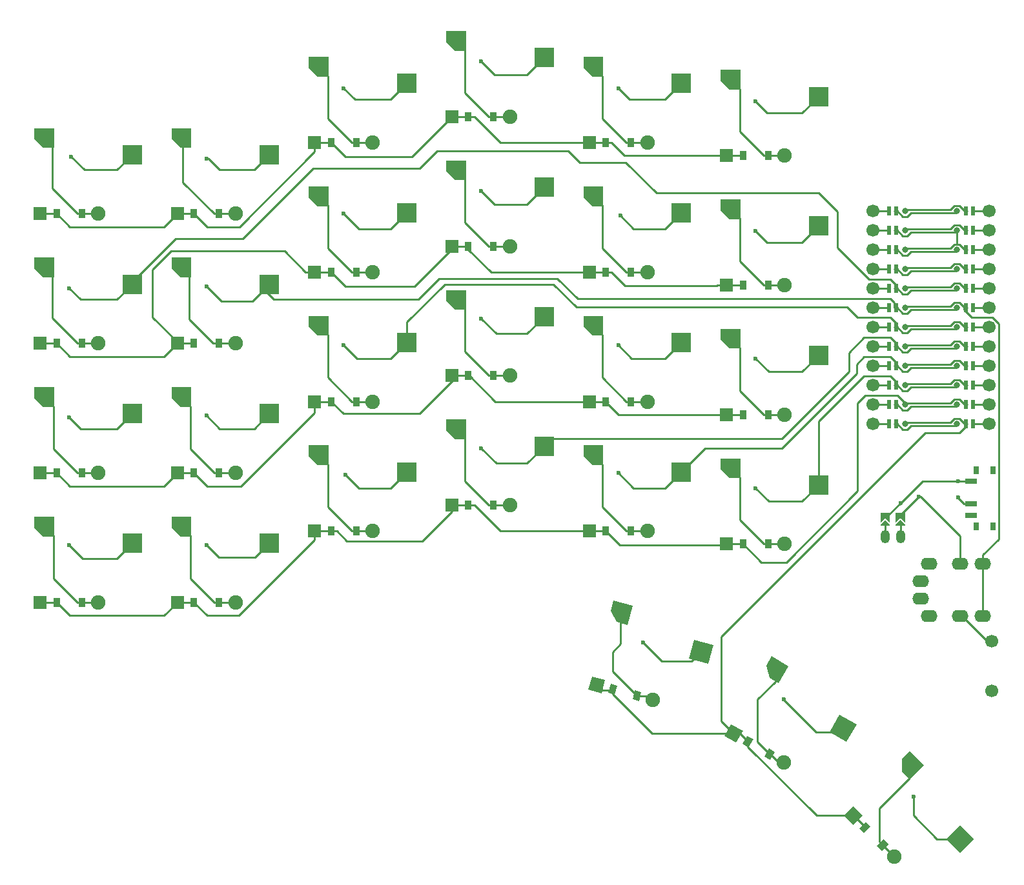
<source format=gbl>
G04 #@! TF.GenerationSoftware,KiCad,Pcbnew,8.0.8+1*
G04 #@! TF.CreationDate,2025-03-17T19:58:08+00:00*
G04 #@! TF.ProjectId,board,626f6172-642e-46b6-9963-61645f706362,0.1*
G04 #@! TF.SameCoordinates,Original*
G04 #@! TF.FileFunction,Copper,L2,Bot*
G04 #@! TF.FilePolarity,Positive*
%FSLAX46Y46*%
G04 Gerber Fmt 4.6, Leading zero omitted, Abs format (unit mm)*
G04 Created by KiCad (PCBNEW 8.0.8+1) date 2025-03-17 19:58:08*
%MOMM*%
%LPD*%
G01*
G04 APERTURE LIST*
G04 #@! TA.AperFunction,ComponentPad*
%ADD10R,1.778000X1.778000*%
G04 #@! TD*
G04 #@! TA.AperFunction,SMDPad,CuDef*
%ADD11R,0.900000X1.200000*%
G04 #@! TD*
G04 #@! TA.AperFunction,ComponentPad*
%ADD12C,1.905000*%
G04 #@! TD*
G04 #@! TA.AperFunction,ComponentPad*
%ADD13O,1.200000X1.750000*%
G04 #@! TD*
G04 #@! TA.AperFunction,ComponentPad*
%ADD14C,1.700000*%
G04 #@! TD*
G04 #@! TA.AperFunction,ComponentPad*
%ADD15O,2.200000X1.600000*%
G04 #@! TD*
G04 #@! TA.AperFunction,SMDPad,CuDef*
%ADD16R,0.800000X1.000000*%
G04 #@! TD*
G04 #@! TA.AperFunction,SMDPad,CuDef*
%ADD17R,1.500000X0.700000*%
G04 #@! TD*
G04 #@! TA.AperFunction,SMDPad,CuDef*
%ADD18R,0.600000X1.200000*%
G04 #@! TD*
G04 #@! TA.AperFunction,ComponentPad*
%ADD19C,0.800000*%
G04 #@! TD*
G04 #@! TA.AperFunction,SMDPad,CuDef*
%ADD20R,2.600000X2.600000*%
G04 #@! TD*
G04 #@! TA.AperFunction,ViaPad*
%ADD21C,0.600000*%
G04 #@! TD*
G04 #@! TA.AperFunction,Conductor*
%ADD22C,0.250000*%
G04 #@! TD*
G04 APERTURE END LIST*
D10*
X100190000Y-90250000D03*
D11*
X102350000Y-90250000D03*
X105650000Y-90250000D03*
D12*
X107810000Y-90250000D03*
D10*
X118190000Y-127650000D03*
D11*
X120350000Y-127650000D03*
X123650000Y-127650000D03*
D12*
X125810000Y-127650000D03*
D10*
X118190000Y-110650000D03*
D11*
X120350000Y-110650000D03*
X123650000Y-110650000D03*
D12*
X125810000Y-110650000D03*
G04 #@! TA.AperFunction,ComponentPad*
G36*
X135916946Y-171531997D02*
G01*
X136805946Y-169992203D01*
X138345740Y-170881203D01*
X137456740Y-172420997D01*
X135916946Y-171531997D01*
G37*
G04 #@! TD.AperFunction*
G04 #@! TA.AperFunction,SMDPad,CuDef*
G36*
X138312247Y-172581215D02*
G01*
X138912247Y-171541985D01*
X139691669Y-171991985D01*
X139091669Y-173031215D01*
X138312247Y-172581215D01*
G37*
G04 #@! TD.AperFunction*
G04 #@! TA.AperFunction,SMDPad,CuDef*
G36*
X141170131Y-174231215D02*
G01*
X141770131Y-173191985D01*
X142549553Y-173641985D01*
X141949553Y-174681215D01*
X141170131Y-174231215D01*
G37*
G04 #@! TD.AperFunction*
X143730457Y-175016600D03*
D10*
X64190000Y-120000000D03*
D11*
X66350000Y-120000000D03*
X69650000Y-120000000D03*
D12*
X71810000Y-120000000D03*
D10*
X46190000Y-154000000D03*
D11*
X48350000Y-154000000D03*
X51650000Y-154000000D03*
D12*
X53810000Y-154000000D03*
D10*
X82190000Y-110650000D03*
D11*
X84350000Y-110650000D03*
X87650000Y-110650000D03*
D12*
X89810000Y-110650000D03*
D10*
X64190000Y-137000000D03*
D11*
X66350000Y-137000000D03*
X69650000Y-137000000D03*
D12*
X71810000Y-137000000D03*
D10*
X82190000Y-93650000D03*
D11*
X84350000Y-93650000D03*
X87650000Y-93650000D03*
D12*
X89810000Y-93650000D03*
D10*
X136190000Y-146350000D03*
D11*
X138350000Y-146350000D03*
X141650000Y-146350000D03*
D12*
X143810000Y-146350000D03*
D10*
X46190000Y-137000000D03*
D11*
X48350000Y-137000000D03*
X51650000Y-137000000D03*
D12*
X53810000Y-137000000D03*
D10*
X64190000Y-154000000D03*
D11*
X66350000Y-154000000D03*
X69650000Y-154000000D03*
D12*
X71810000Y-154000000D03*
D10*
X100190000Y-141250000D03*
D11*
X102350000Y-141250000D03*
X105650000Y-141250000D03*
D12*
X107810000Y-141250000D03*
D10*
X46190000Y-103000000D03*
D11*
X48350000Y-103000000D03*
X51650000Y-103000000D03*
D12*
X53810000Y-103000000D03*
D10*
X136190000Y-95350000D03*
D11*
X138350000Y-95350000D03*
X141650000Y-95350000D03*
D12*
X143810000Y-95350000D03*
D10*
X82190000Y-127650000D03*
D11*
X84350000Y-127650000D03*
X87650000Y-127650000D03*
D12*
X89810000Y-127650000D03*
G04 #@! TA.AperFunction,SMDPad,CuDef*
G36*
X157600000Y-143534000D02*
G01*
X157000000Y-142934000D01*
X156400000Y-143534000D01*
X156400000Y-142284000D01*
X157600000Y-142284000D01*
X157600000Y-143534000D01*
G37*
G04 #@! TD.AperFunction*
G04 #@! TA.AperFunction,SMDPad,CuDef*
G36*
X159600000Y-143534000D02*
G01*
X159000000Y-142934000D01*
X158400000Y-143534000D01*
X158400000Y-142284000D01*
X159600000Y-142284000D01*
X159600000Y-143534000D01*
G37*
G04 #@! TD.AperFunction*
D13*
X159000000Y-145350000D03*
X157000000Y-145350000D03*
G04 #@! TA.AperFunction,SMDPad,CuDef*
G36*
X159600000Y-143750000D02*
G01*
X159600000Y-143950000D01*
X158400000Y-143950000D01*
X158400000Y-143750000D01*
X159000000Y-143150000D01*
X159600000Y-143750000D01*
G37*
G04 #@! TD.AperFunction*
G04 #@! TA.AperFunction,SMDPad,CuDef*
G36*
X157600000Y-143750000D02*
G01*
X157600000Y-143950000D01*
X156400000Y-143950000D01*
X156400000Y-143750000D01*
X157000000Y-143150000D01*
X157600000Y-143750000D01*
G37*
G04 #@! TD.AperFunction*
D14*
X171000000Y-165600000D03*
X171000000Y-159100000D03*
D15*
X169800000Y-148900000D03*
X169800000Y-155800000D03*
X166800000Y-148900000D03*
X166800000Y-155800000D03*
X162800000Y-148900000D03*
X162800000Y-155800000D03*
X161700000Y-151200000D03*
X161700000Y-153500000D03*
D10*
X100190000Y-107250000D03*
D11*
X102350000Y-107250000D03*
X105650000Y-107250000D03*
D12*
X107810000Y-107250000D03*
D10*
X46190000Y-120000000D03*
D11*
X48350000Y-120000000D03*
X51650000Y-120000000D03*
D12*
X53810000Y-120000000D03*
D10*
X136190000Y-112350000D03*
D11*
X138350000Y-112350000D03*
X141650000Y-112350000D03*
D12*
X143810000Y-112350000D03*
G04 #@! TA.AperFunction,ComponentPad*
G36*
X151569787Y-181996623D02*
G01*
X152827023Y-180739387D01*
X154084259Y-181996623D01*
X152827023Y-183253859D01*
X151569787Y-181996623D01*
G37*
G04 #@! TD.AperFunction*
G04 #@! TA.AperFunction,SMDPad,CuDef*
G36*
X153611912Y-183630040D02*
G01*
X154460440Y-182781512D01*
X155096836Y-183417908D01*
X154248308Y-184266436D01*
X153611912Y-183630040D01*
G37*
G04 #@! TD.AperFunction*
G04 #@! TA.AperFunction,SMDPad,CuDef*
G36*
X155945364Y-185963492D02*
G01*
X156793892Y-185114964D01*
X157430288Y-185751360D01*
X156581760Y-186599888D01*
X155945364Y-185963492D01*
G37*
G04 #@! TD.AperFunction*
X158215177Y-187384777D03*
D10*
X118190000Y-144650000D03*
D11*
X120350000Y-144650000D03*
X123650000Y-144650000D03*
D12*
X125810000Y-144650000D03*
D16*
X168915000Y-136700000D03*
X168915000Y-144000000D03*
X171125000Y-136700000D03*
X171125000Y-144000000D03*
D17*
X168265000Y-138100000D03*
X168265000Y-141100000D03*
X168265000Y-142600000D03*
D10*
X64190000Y-103000000D03*
D11*
X66350000Y-103000000D03*
X69650000Y-103000000D03*
D12*
X71810000Y-103000000D03*
D10*
X100190000Y-124250000D03*
D11*
X102350000Y-124250000D03*
X105650000Y-124250000D03*
D12*
X107810000Y-124250000D03*
G04 #@! TA.AperFunction,ComponentPad*
G36*
X118089025Y-165475216D02*
G01*
X118549205Y-163757800D01*
X120266621Y-164217980D01*
X119806441Y-165935396D01*
X118089025Y-165475216D01*
G37*
G04 #@! TD.AperFunction*
G04 #@! TA.AperFunction,SMDPad,CuDef*
G36*
X120674264Y-165868737D02*
G01*
X120984847Y-164709626D01*
X121854180Y-164942563D01*
X121543597Y-166101674D01*
X120674264Y-165868737D01*
G37*
G04 #@! TD.AperFunction*
G04 #@! TA.AperFunction,SMDPad,CuDef*
G36*
X123861820Y-166722837D02*
G01*
X124172403Y-165563726D01*
X125041736Y-165796663D01*
X124731153Y-166955774D01*
X123861820Y-166722837D01*
G37*
G04 #@! TD.AperFunction*
X126538177Y-166818802D03*
D10*
X118190000Y-93650000D03*
D11*
X120350000Y-93650000D03*
X123650000Y-93650000D03*
D12*
X125810000Y-93650000D03*
D18*
X168480000Y-102650000D03*
D14*
X170620000Y-102650000D03*
D18*
X168480000Y-105190000D03*
D14*
X170620000Y-105190000D03*
D18*
X168480000Y-107730000D03*
D14*
X170620000Y-107730000D03*
D18*
X168480000Y-110270000D03*
D14*
X170620000Y-110270000D03*
D18*
X168480000Y-112810000D03*
D14*
X170620000Y-112810000D03*
D18*
X168480000Y-115350000D03*
D14*
X170620000Y-115350000D03*
D18*
X168480000Y-117890000D03*
D14*
X170620000Y-117890000D03*
D18*
X168480000Y-120430000D03*
D14*
X170620000Y-120430000D03*
D18*
X168480000Y-122970000D03*
D14*
X170620000Y-122970000D03*
D18*
X168480000Y-125510000D03*
D14*
X170620000Y-125510000D03*
D18*
X168480000Y-128050000D03*
D14*
X170620000Y-128050000D03*
D18*
X168480000Y-130590000D03*
D14*
X170620000Y-130590000D03*
X155380000Y-130590000D03*
D18*
X157520000Y-130590000D03*
D14*
X155380000Y-128050000D03*
D18*
X157520000Y-128050000D03*
D14*
X155380000Y-125510000D03*
D18*
X157520000Y-125510000D03*
D14*
X155380000Y-122970000D03*
D18*
X157520000Y-122970000D03*
D14*
X155380000Y-120430000D03*
D18*
X157520000Y-120430000D03*
D14*
X155380000Y-117890000D03*
D18*
X157520000Y-117890000D03*
D14*
X155380000Y-115350000D03*
D18*
X157520000Y-115350000D03*
D14*
X155380000Y-112810000D03*
D18*
X157520000Y-112810000D03*
D14*
X155380000Y-110270000D03*
D18*
X157520000Y-110270000D03*
D14*
X155380000Y-107730000D03*
D18*
X157520000Y-107730000D03*
D14*
X155380000Y-105190000D03*
D18*
X157520000Y-105190000D03*
D14*
X155380000Y-102650000D03*
D18*
X157520000Y-102650000D03*
X158420000Y-102650000D03*
D19*
X166400000Y-102650000D03*
D18*
X158420000Y-105190000D03*
D19*
X166400000Y-105190000D03*
D18*
X158420000Y-107730000D03*
D19*
X166400000Y-107730000D03*
D18*
X158420000Y-110270000D03*
D19*
X166400000Y-110270000D03*
D18*
X158420000Y-112810000D03*
D19*
X166400000Y-112810000D03*
D18*
X158420000Y-115350000D03*
D19*
X166400000Y-115350000D03*
D18*
X158420000Y-117890000D03*
D19*
X166400000Y-117890000D03*
D18*
X158420000Y-120430000D03*
D19*
X166400000Y-120430000D03*
D18*
X158420000Y-122970000D03*
D19*
X166400000Y-122970000D03*
D18*
X158420000Y-125510000D03*
D19*
X166400000Y-125510000D03*
D18*
X158420000Y-128050000D03*
D19*
X166400000Y-128050000D03*
D18*
X158420000Y-130590000D03*
D19*
X166400000Y-130590000D03*
X159600000Y-130590000D03*
D18*
X167580000Y-130590000D03*
D19*
X159600000Y-128050000D03*
D18*
X167580000Y-128050000D03*
D19*
X159600000Y-125510000D03*
D18*
X167580000Y-125510000D03*
D19*
X159600000Y-122970000D03*
D18*
X167580000Y-122970000D03*
D19*
X159600000Y-120430000D03*
D18*
X167580000Y-120430000D03*
D19*
X159600000Y-117890000D03*
D18*
X167580000Y-117890000D03*
D19*
X159600000Y-115350000D03*
D18*
X167580000Y-115350000D03*
D19*
X159600000Y-112810000D03*
D18*
X167580000Y-112810000D03*
D19*
X159600000Y-110270000D03*
D18*
X167580000Y-110270000D03*
D19*
X159600000Y-107730000D03*
D18*
X167580000Y-107730000D03*
D19*
X159600000Y-105190000D03*
D18*
X167580000Y-105190000D03*
D19*
X159600000Y-102650000D03*
D18*
X167580000Y-102650000D03*
D10*
X136190000Y-129350000D03*
D11*
X138350000Y-129350000D03*
X141650000Y-129350000D03*
D12*
X143810000Y-129350000D03*
D10*
X82190000Y-144650000D03*
D11*
X84350000Y-144650000D03*
X87650000Y-144650000D03*
D12*
X89810000Y-144650000D03*
G04 #@! TA.AperFunction,SMDPad,CuDef*
G36*
X45425000Y-142750000D02*
G01*
X48025000Y-142750000D01*
X48025000Y-145350000D01*
X46608000Y-145350000D01*
X45425000Y-144167000D01*
X45425000Y-142750000D01*
G37*
G04 #@! TD.AperFunction*
D20*
X58275000Y-146250000D03*
G04 #@! TA.AperFunction,SMDPad,CuDef*
G36*
X135425000Y-84100000D02*
G01*
X138025000Y-84100000D01*
X138025000Y-86700000D01*
X136608000Y-86700000D01*
X135425000Y-85517000D01*
X135425000Y-84100000D01*
G37*
G04 #@! TD.AperFunction*
X148275000Y-87600000D03*
G04 #@! TA.AperFunction,SMDPad,CuDef*
G36*
X63425000Y-108750000D02*
G01*
X66025000Y-108750000D01*
X66025000Y-111350000D01*
X64608000Y-111350000D01*
X63425000Y-110167000D01*
X63425000Y-108750000D01*
G37*
G04 #@! TD.AperFunction*
X76275000Y-112250000D03*
G04 #@! TA.AperFunction,SMDPad,CuDef*
G36*
X117425000Y-82400000D02*
G01*
X120025000Y-82400000D01*
X120025000Y-85000000D01*
X118608000Y-85000000D01*
X117425000Y-83817000D01*
X117425000Y-82400000D01*
G37*
G04 #@! TD.AperFunction*
X130275000Y-85900000D03*
G04 #@! TA.AperFunction,SMDPad,CuDef*
G36*
X117425000Y-99400000D02*
G01*
X120025000Y-99400000D01*
X120025000Y-102000000D01*
X118608000Y-102000000D01*
X117425000Y-100817000D01*
X117425000Y-99400000D01*
G37*
G04 #@! TD.AperFunction*
X130275000Y-102900000D03*
G04 #@! TA.AperFunction,SMDPad,CuDef*
G36*
X63425000Y-125750000D02*
G01*
X66025000Y-125750000D01*
X66025000Y-128350000D01*
X64608000Y-128350000D01*
X63425000Y-127167000D01*
X63425000Y-125750000D01*
G37*
G04 #@! TD.AperFunction*
X76275000Y-129250000D03*
G04 #@! TA.AperFunction,SMDPad,CuDef*
G36*
X135425000Y-101100000D02*
G01*
X138025000Y-101100000D01*
X138025000Y-103700000D01*
X136608000Y-103700000D01*
X135425000Y-102517000D01*
X135425000Y-101100000D01*
G37*
G04 #@! TD.AperFunction*
X148275000Y-104600000D03*
G04 #@! TA.AperFunction,SMDPad,CuDef*
G36*
X99425000Y-130000000D02*
G01*
X102025000Y-130000000D01*
X102025000Y-132600000D01*
X100608000Y-132600000D01*
X99425000Y-131417000D01*
X99425000Y-130000000D01*
G37*
G04 #@! TD.AperFunction*
X112275000Y-133500000D03*
G04 #@! TA.AperFunction,SMDPad,CuDef*
G36*
X135425000Y-118100000D02*
G01*
X138025000Y-118100000D01*
X138025000Y-120700000D01*
X136608000Y-120700000D01*
X135425000Y-119517000D01*
X135425000Y-118100000D01*
G37*
G04 #@! TD.AperFunction*
X148275000Y-121600000D03*
G04 #@! TA.AperFunction,SMDPad,CuDef*
G36*
X117425000Y-133400000D02*
G01*
X120025000Y-133400000D01*
X120025000Y-136000000D01*
X118608000Y-136000000D01*
X117425000Y-134817000D01*
X117425000Y-133400000D01*
G37*
G04 #@! TD.AperFunction*
X130275000Y-136900000D03*
G04 #@! TA.AperFunction,SMDPad,CuDef*
G36*
X63425000Y-142750000D02*
G01*
X66025000Y-142750000D01*
X66025000Y-145350000D01*
X64608000Y-145350000D01*
X63425000Y-144167000D01*
X63425000Y-142750000D01*
G37*
G04 #@! TD.AperFunction*
X76275000Y-146250000D03*
G04 #@! TA.AperFunction,SMDPad,CuDef*
G36*
X81425000Y-116400000D02*
G01*
X84025000Y-116400000D01*
X84025000Y-119000000D01*
X82608000Y-119000000D01*
X81425000Y-117817000D01*
X81425000Y-116400000D01*
G37*
G04 #@! TD.AperFunction*
X94275000Y-119900000D03*
G04 #@! TA.AperFunction,SMDPad,CuDef*
G36*
X160241011Y-173500762D02*
G01*
X162079489Y-175339240D01*
X160241011Y-177177718D01*
X159239041Y-176175747D01*
X159239041Y-174502733D01*
X160241011Y-173500762D01*
G37*
G04 #@! TD.AperFunction*
G04 #@! TA.AperFunction,SMDPad,CuDef*
G36*
X165013981Y-185061958D02*
G01*
X166852459Y-183223480D01*
X168690937Y-185061958D01*
X166852459Y-186900436D01*
X165013981Y-185061958D01*
G37*
G04 #@! TD.AperFunction*
G04 #@! TA.AperFunction,SMDPad,CuDef*
G36*
X45425000Y-125750000D02*
G01*
X48025000Y-125750000D01*
X48025000Y-128350000D01*
X46608000Y-128350000D01*
X45425000Y-127167000D01*
X45425000Y-125750000D01*
G37*
G04 #@! TD.AperFunction*
X58275000Y-129250000D03*
G04 #@! TA.AperFunction,SMDPad,CuDef*
G36*
X142093834Y-161081316D02*
G01*
X144345500Y-162381316D01*
X143045500Y-164632982D01*
X141818342Y-163924482D01*
X141385334Y-162308474D01*
X142093834Y-161081316D01*
G37*
G04 #@! TD.AperFunction*
G04 #@! TA.AperFunction,SMDPad,CuDef*
G36*
X149696427Y-171013238D02*
G01*
X150996427Y-168761572D01*
X153248093Y-170061572D01*
X151948093Y-172313238D01*
X149696427Y-171013238D01*
G37*
G04 #@! TD.AperFunction*
G04 #@! TA.AperFunction,SMDPad,CuDef*
G36*
X81425000Y-99400000D02*
G01*
X84025000Y-99400000D01*
X84025000Y-102000000D01*
X82608000Y-102000000D01*
X81425000Y-100817000D01*
X81425000Y-99400000D01*
G37*
G04 #@! TD.AperFunction*
X94275000Y-102900000D03*
G04 #@! TA.AperFunction,SMDPad,CuDef*
G36*
X99425000Y-113000000D02*
G01*
X102025000Y-113000000D01*
X102025000Y-115600000D01*
X100608000Y-115600000D01*
X99425000Y-114417000D01*
X99425000Y-113000000D01*
G37*
G04 #@! TD.AperFunction*
X112275000Y-116500000D03*
G04 #@! TA.AperFunction,SMDPad,CuDef*
G36*
X99425000Y-96000000D02*
G01*
X102025000Y-96000000D01*
X102025000Y-98600000D01*
X100608000Y-98600000D01*
X99425000Y-97417000D01*
X99425000Y-96000000D01*
G37*
G04 #@! TD.AperFunction*
X112275000Y-99500000D03*
G04 #@! TA.AperFunction,SMDPad,CuDef*
G36*
X117425000Y-116400000D02*
G01*
X120025000Y-116400000D01*
X120025000Y-119000000D01*
X118608000Y-119000000D01*
X117425000Y-117817000D01*
X117425000Y-116400000D01*
G37*
G04 #@! TD.AperFunction*
X130275000Y-119900000D03*
G04 #@! TA.AperFunction,SMDPad,CuDef*
G36*
X81425000Y-133400000D02*
G01*
X84025000Y-133400000D01*
X84025000Y-136000000D01*
X82608000Y-136000000D01*
X81425000Y-134817000D01*
X81425000Y-133400000D01*
G37*
G04 #@! TD.AperFunction*
X94275000Y-136900000D03*
G04 #@! TA.AperFunction,SMDPad,CuDef*
G36*
X45425000Y-108750000D02*
G01*
X48025000Y-108750000D01*
X48025000Y-111350000D01*
X46608000Y-111350000D01*
X45425000Y-110167000D01*
X45425000Y-108750000D01*
G37*
G04 #@! TD.AperFunction*
X58275000Y-112250000D03*
G04 #@! TA.AperFunction,SMDPad,CuDef*
G36*
X121350627Y-153781941D02*
G01*
X123862034Y-154454870D01*
X123189105Y-156966277D01*
X121820388Y-156599531D01*
X120983881Y-155150658D01*
X121350627Y-153781941D01*
G37*
G04 #@! TD.AperFunction*
G04 #@! TA.AperFunction,SMDPad,CuDef*
G36*
X131264740Y-161407745D02*
G01*
X131937669Y-158896338D01*
X134449076Y-159569267D01*
X133776147Y-162080674D01*
X131264740Y-161407745D01*
G37*
G04 #@! TD.AperFunction*
G04 #@! TA.AperFunction,SMDPad,CuDef*
G36*
X99425000Y-79000000D02*
G01*
X102025000Y-79000000D01*
X102025000Y-81600000D01*
X100608000Y-81600000D01*
X99425000Y-80417000D01*
X99425000Y-79000000D01*
G37*
G04 #@! TD.AperFunction*
X112275000Y-82500000D03*
G04 #@! TA.AperFunction,SMDPad,CuDef*
G36*
X135425000Y-135100000D02*
G01*
X138025000Y-135100000D01*
X138025000Y-137700000D01*
X136608000Y-137700000D01*
X135425000Y-136517000D01*
X135425000Y-135100000D01*
G37*
G04 #@! TD.AperFunction*
X148275000Y-138600000D03*
G04 #@! TA.AperFunction,SMDPad,CuDef*
G36*
X45425000Y-91750000D02*
G01*
X48025000Y-91750000D01*
X48025000Y-94350000D01*
X46608000Y-94350000D01*
X45425000Y-93167000D01*
X45425000Y-91750000D01*
G37*
G04 #@! TD.AperFunction*
X58275000Y-95250000D03*
G04 #@! TA.AperFunction,SMDPad,CuDef*
G36*
X63425000Y-91750000D02*
G01*
X66025000Y-91750000D01*
X66025000Y-94350000D01*
X64608000Y-94350000D01*
X63425000Y-93167000D01*
X63425000Y-91750000D01*
G37*
G04 #@! TD.AperFunction*
X76275000Y-95250000D03*
G04 #@! TA.AperFunction,SMDPad,CuDef*
G36*
X81425000Y-82400000D02*
G01*
X84025000Y-82400000D01*
X84025000Y-85000000D01*
X82608000Y-85000000D01*
X81425000Y-83817000D01*
X81425000Y-82400000D01*
G37*
G04 #@! TD.AperFunction*
X94275000Y-85900000D03*
D21*
X50000000Y-112750000D03*
X50000000Y-146500000D03*
X50250000Y-95500000D03*
X50000000Y-129750000D03*
X161404074Y-140129926D03*
X68000000Y-95750000D03*
X68000000Y-129500000D03*
X68000000Y-112500000D03*
X68000000Y-146500000D03*
X86000000Y-103000000D03*
X86000000Y-120250000D03*
X86250000Y-137250000D03*
X86000000Y-86500000D03*
X104000000Y-116750000D03*
X104000000Y-100000000D03*
X104000000Y-133750000D03*
X104000000Y-83000000D03*
X125250000Y-159250000D03*
X122250000Y-103250000D03*
X122000000Y-120250000D03*
X122000000Y-86500000D03*
X122000000Y-137000000D03*
X143750000Y-166750000D03*
X140000000Y-122000000D03*
X140000000Y-88250000D03*
X160750000Y-179500000D03*
X140000000Y-105250000D03*
X140000000Y-139000000D03*
X166593200Y-140250000D03*
X166593200Y-138100000D03*
X159000000Y-141000000D03*
D22*
X46725000Y-144050000D02*
X47921000Y-145246000D01*
X47921000Y-150861000D02*
X51059800Y-154000000D01*
X51059800Y-154000000D02*
X51650000Y-154000000D01*
X47921000Y-145246000D02*
X47921000Y-150861000D01*
X53810000Y-154000000D02*
X51650000Y-154000000D01*
X159300000Y-113535000D02*
X159900000Y-113535000D01*
X50000000Y-146500000D02*
X51750000Y-148250000D01*
X165816600Y-113040000D02*
X166170000Y-113040000D01*
X160395000Y-113040000D02*
X165816600Y-113040000D01*
X56275000Y-114250000D02*
X58275000Y-112250000D01*
X158225000Y-112810000D02*
X158420000Y-112810000D01*
X159900000Y-113535000D02*
X160395000Y-113040000D01*
X158536300Y-112447900D02*
X158536300Y-112810000D01*
X158420000Y-112810000D02*
X158497500Y-112810000D01*
X158536300Y-112810000D02*
X158575000Y-112810000D01*
X56275000Y-97250000D02*
X58275000Y-95250000D01*
X160395000Y-113040000D02*
X165816600Y-113040000D01*
X160395000Y-113040000D02*
X165816600Y-113040000D01*
X158536300Y-112810000D02*
X158575000Y-112810000D01*
X150750000Y-102750000D02*
X150750000Y-107491701D01*
X158225000Y-112810000D02*
X158420000Y-112810000D01*
X98250000Y-94750000D02*
X115476000Y-94750000D01*
X159900000Y-113535000D02*
X160395000Y-113040000D01*
X158420000Y-112810000D02*
X158497500Y-112810000D01*
X63995200Y-106254800D02*
X72745200Y-106254800D01*
X159900000Y-113535000D02*
X160395000Y-113040000D01*
X158420000Y-112810000D02*
X158497500Y-112810000D01*
X160395000Y-113040000D02*
X165816600Y-113040000D01*
X159300000Y-113535000D02*
X159900000Y-113535000D01*
X82000000Y-97000000D02*
X96000000Y-97000000D01*
X50000000Y-129750000D02*
X51500000Y-131250000D01*
X96000000Y-97000000D02*
X98250000Y-94750000D01*
X158420000Y-112810000D02*
X158497500Y-112810000D01*
X158420000Y-112810000D02*
X158497500Y-112810000D01*
X159300000Y-113535000D02*
X159900000Y-113535000D01*
X159300000Y-113535000D02*
X159900000Y-113535000D01*
X123000000Y-96250000D02*
X127000000Y-100250000D01*
X166170000Y-113040000D02*
X166400000Y-112810000D01*
X56275000Y-148250000D02*
X58275000Y-146250000D01*
X58275000Y-111975000D02*
X63995200Y-106254800D01*
X158497500Y-112810000D02*
X158536300Y-112810000D01*
X52000000Y-97250000D02*
X56275000Y-97250000D01*
X158497500Y-112810000D02*
X158536300Y-112810000D01*
X158575000Y-112810000D02*
X159300000Y-113535000D01*
X150750000Y-107491701D02*
X154853199Y-111594900D01*
X159300000Y-113535000D02*
X159900000Y-113535000D01*
X158497500Y-112810000D02*
X158536300Y-112810000D01*
X158575000Y-112810000D02*
X159300000Y-113535000D01*
X50250000Y-95500000D02*
X52000000Y-97250000D01*
X158497500Y-112810000D02*
X158536300Y-112810000D01*
X158575000Y-112810000D02*
X159300000Y-113535000D01*
X115476000Y-94750000D02*
X116976000Y-96250000D01*
X158575000Y-112810000D02*
X159300000Y-113535000D01*
X158420000Y-112810000D02*
X158497500Y-112810000D01*
X160395000Y-113040000D02*
X165816600Y-113040000D01*
X159900000Y-113535000D02*
X160395000Y-113040000D01*
X165816600Y-113040000D02*
X166170000Y-113040000D01*
X158536300Y-112810000D02*
X158575000Y-112810000D01*
X158536300Y-112810000D02*
X158575000Y-112810000D01*
X127000000Y-100250000D02*
X148250000Y-100250000D01*
X165816600Y-113040000D02*
X166170000Y-113040000D01*
X159900000Y-113535000D02*
X160395000Y-113040000D01*
X158225000Y-112810000D02*
X158420000Y-112810000D01*
X158497500Y-112810000D02*
X158536300Y-112810000D01*
X51750000Y-148250000D02*
X56275000Y-148250000D01*
X72745200Y-106254800D02*
X82000000Y-97000000D01*
X158575000Y-112810000D02*
X159300000Y-113535000D01*
X116976000Y-96250000D02*
X123000000Y-96250000D01*
X51500000Y-114250000D02*
X56275000Y-114250000D01*
X158497500Y-112810000D02*
X158536300Y-112810000D01*
X158225000Y-112810000D02*
X158420000Y-112810000D01*
X157683300Y-111594900D02*
X158536300Y-112447900D01*
X160395000Y-113040000D02*
X165816600Y-113040000D01*
X56275000Y-131250000D02*
X58275000Y-129250000D01*
X158536300Y-112810000D02*
X158575000Y-112810000D01*
X50000000Y-112750000D02*
X51500000Y-114250000D01*
X158575000Y-112810000D02*
X159300000Y-113535000D01*
X158225000Y-112810000D02*
X158420000Y-112810000D01*
X159300000Y-113535000D02*
X159900000Y-113535000D01*
X58275000Y-112250000D02*
X58275000Y-111975000D01*
X165816600Y-113040000D02*
X166170000Y-113040000D01*
X158575000Y-112810000D02*
X159300000Y-113535000D01*
X158225000Y-112810000D02*
X158420000Y-112810000D01*
X51500000Y-131250000D02*
X56275000Y-131250000D01*
X158420000Y-112810000D02*
X158497500Y-112810000D01*
X159900000Y-113535000D02*
X160395000Y-113040000D01*
X148250000Y-100250000D02*
X150750000Y-102750000D01*
X159900000Y-113535000D02*
X160395000Y-113040000D01*
X158497500Y-112810000D02*
X158536300Y-112810000D01*
X159300000Y-113535000D02*
X159900000Y-113535000D01*
X158536300Y-112810000D02*
X158575000Y-112810000D01*
X165816600Y-113040000D02*
X166170000Y-113040000D01*
X160395000Y-113040000D02*
X165816600Y-113040000D01*
X165816600Y-113040000D02*
X166170000Y-113040000D01*
X154853199Y-111594900D02*
X157683300Y-111594900D01*
X165816600Y-113040000D02*
X166170000Y-113040000D01*
X158225000Y-112810000D02*
X158420000Y-112810000D01*
X158536300Y-112810000D02*
X158575000Y-112810000D01*
X158420000Y-105190000D02*
X158575000Y-105190000D01*
X166125000Y-105420000D02*
X166170000Y-105420000D01*
X167580000Y-107730000D02*
X167425000Y-107730000D01*
X167425000Y-107730000D02*
X166700000Y-107005000D01*
X166700000Y-107005000D02*
X166100000Y-107005000D01*
X158420000Y-105190000D02*
X158575000Y-105190000D01*
X165595000Y-110050000D02*
X160173300Y-110050000D01*
X160173300Y-107510000D02*
X159820000Y-107510000D01*
X166700000Y-107005000D02*
X166100000Y-107005000D01*
X160395000Y-105420000D02*
X166034900Y-105420000D01*
X166700000Y-109545000D02*
X166100000Y-109545000D01*
X166100000Y-109545000D02*
X165595000Y-110050000D01*
X166124800Y-105420000D02*
X166125000Y-105420000D01*
X165595000Y-110050000D02*
X160173300Y-110050000D01*
X158225000Y-105190000D02*
X158420000Y-105190000D01*
X158420000Y-105190000D02*
X158575000Y-105190000D01*
X166100000Y-109545000D02*
X165595000Y-110050000D01*
X165595000Y-110050000D02*
X160173300Y-110050000D01*
X158575000Y-105190000D02*
X159300000Y-105915000D01*
X167425000Y-107730000D02*
X166700000Y-107005000D01*
X166034900Y-105420000D02*
X166124800Y-105420000D01*
X165595000Y-110050000D02*
X160173300Y-110050000D01*
X167775000Y-110270000D02*
X167580000Y-110270000D01*
X165595000Y-107510000D02*
X160173300Y-107510000D01*
X158420000Y-105190000D02*
X158575000Y-105190000D01*
X166034900Y-105420000D02*
X166124800Y-105420000D01*
X167425000Y-110270000D02*
X166700000Y-109545000D01*
X166100000Y-107005000D02*
X165595000Y-107510000D01*
X166100000Y-107005000D02*
X165595000Y-107510000D01*
X158420000Y-105190000D02*
X158575000Y-105190000D01*
X166100000Y-109545000D02*
X165595000Y-110050000D01*
X167580000Y-107730000D02*
X167425000Y-107730000D01*
X166034900Y-105420000D02*
X166124800Y-105420000D01*
X166125000Y-105420000D02*
X166170000Y-105420000D01*
X159900000Y-105915000D02*
X160395000Y-105420000D01*
X166700000Y-107005000D02*
X166500000Y-107005000D01*
X165595000Y-107510000D02*
X160173300Y-107510000D01*
X160173300Y-110050000D02*
X159820000Y-110050000D01*
X161404074Y-140129926D02*
X159000000Y-142534000D01*
X167425000Y-107730000D02*
X166700000Y-107005000D01*
X158575000Y-105190000D02*
X159300000Y-105915000D01*
X158575000Y-105190000D02*
X159300000Y-105915000D01*
X160173300Y-107510000D02*
X159820000Y-107510000D01*
X159900000Y-105915000D02*
X160395000Y-105420000D01*
X167580000Y-107730000D02*
X167425000Y-107730000D01*
X166124800Y-105420000D02*
X166125000Y-105420000D01*
X159900000Y-105915000D02*
X160395000Y-105420000D01*
X166700000Y-107005000D02*
X166100000Y-107005000D01*
X167425000Y-110270000D02*
X166700000Y-109545000D01*
X159300000Y-105915000D02*
X159900000Y-105915000D01*
X166100000Y-107005000D02*
X165595000Y-107510000D01*
X159300000Y-105915000D02*
X159900000Y-105915000D01*
X167775000Y-110270000D02*
X167580000Y-110270000D01*
X170350000Y-159100000D02*
X171000000Y-159100000D01*
X166400000Y-106905000D02*
X166500000Y-107005000D01*
X159300000Y-105915000D02*
X159900000Y-105915000D01*
X158420000Y-105190000D02*
X158575000Y-105190000D01*
X160173300Y-107510000D02*
X159820000Y-107510000D01*
X166100000Y-107005000D02*
X165595000Y-107510000D01*
X167580000Y-110270000D02*
X167425000Y-110270000D01*
X167775000Y-107730000D02*
X167580000Y-107730000D01*
X158225000Y-105190000D02*
X158420000Y-105190000D01*
X167425000Y-110270000D02*
X166700000Y-109545000D01*
X160173300Y-107510000D02*
X159820000Y-107510000D01*
X166100000Y-107005000D02*
X165595000Y-107510000D01*
X160173300Y-110050000D02*
X159820000Y-110050000D01*
X166034900Y-105420000D02*
X166124800Y-105420000D01*
X160395000Y-105420000D02*
X166034900Y-105420000D01*
X166124800Y-105420000D02*
X166125000Y-105420000D01*
X158575000Y-105190000D02*
X159300000Y-105915000D01*
X166100000Y-109545000D02*
X165595000Y-110050000D01*
X166124800Y-105420000D02*
X166125000Y-105420000D01*
X167775000Y-110270000D02*
X167580000Y-110270000D01*
X161629926Y-140129926D02*
X166800000Y-145300000D01*
X160395000Y-105420000D02*
X166034900Y-105420000D01*
X167580000Y-110270000D02*
X167425000Y-110270000D01*
X165595000Y-107510000D02*
X160173300Y-107510000D01*
X158420000Y-105190000D02*
X158575000Y-105190000D01*
X160173300Y-110050000D02*
X159820000Y-110050000D01*
X158225000Y-105190000D02*
X158420000Y-105190000D01*
X165595000Y-107510000D02*
X160173300Y-107510000D01*
X167580000Y-110270000D02*
X167425000Y-110270000D01*
X159300000Y-105915000D02*
X159900000Y-105915000D01*
X160395000Y-105420000D02*
X166034900Y-105420000D01*
X159300000Y-105915000D02*
X159900000Y-105915000D01*
X167775000Y-107730000D02*
X167580000Y-107730000D01*
X167580000Y-110270000D02*
X167425000Y-110270000D01*
X166034900Y-105420000D02*
X166124800Y-105420000D01*
X166125000Y-105420000D02*
X166170000Y-105420000D01*
X167580000Y-107730000D02*
X167425000Y-107730000D01*
X166125000Y-105420000D02*
X166170000Y-105420000D01*
X167425000Y-107730000D02*
X166700000Y-107005000D01*
X159900000Y-105915000D02*
X160395000Y-105420000D01*
X167775000Y-107730000D02*
X167580000Y-107730000D01*
X166700000Y-109545000D02*
X166100000Y-109545000D01*
X160173300Y-107510000D02*
X159820000Y-107510000D01*
X160173300Y-110050000D02*
X159820000Y-110050000D01*
X159463500Y-142534000D02*
X159000000Y-142534000D01*
X167580000Y-110270000D02*
X167425000Y-110270000D01*
X158575000Y-105190000D02*
X159300000Y-105915000D01*
X165595000Y-107510000D02*
X160173300Y-107510000D01*
X166700000Y-109545000D02*
X166100000Y-109545000D01*
X167775000Y-110270000D02*
X167580000Y-110270000D01*
X166124800Y-105420000D02*
X166125000Y-105420000D01*
X167425000Y-107730000D02*
X166700000Y-107005000D01*
X160395000Y-105420000D02*
X166034900Y-105420000D01*
X167580000Y-110270000D02*
X167425000Y-110270000D01*
X166700000Y-107005000D02*
X166100000Y-107005000D01*
X166500000Y-107005000D02*
X166100000Y-107005000D01*
X158225000Y-105190000D02*
X158420000Y-105190000D01*
X160173300Y-110050000D02*
X159820000Y-110050000D01*
X166700000Y-109545000D02*
X166100000Y-109545000D01*
X158225000Y-105190000D02*
X158420000Y-105190000D01*
X167775000Y-107730000D02*
X167580000Y-107730000D01*
X166125000Y-105420000D02*
X166170000Y-105420000D01*
X167775000Y-110270000D02*
X167580000Y-110270000D01*
X167775000Y-110270000D02*
X167580000Y-110270000D01*
X166034900Y-105420000D02*
X166124800Y-105420000D01*
X159300000Y-105915000D02*
X159900000Y-105915000D01*
X161404074Y-140129926D02*
X161629926Y-140129926D01*
X167425000Y-107730000D02*
X166700000Y-107005000D01*
X158575000Y-105190000D02*
X159300000Y-105915000D01*
X159300000Y-105915000D02*
X159900000Y-105915000D01*
X167425000Y-107730000D02*
X166700000Y-107005000D01*
X158225000Y-105190000D02*
X158420000Y-105190000D01*
X160395000Y-105420000D02*
X166034900Y-105420000D01*
X166124800Y-105420000D02*
X166125000Y-105420000D01*
X166400000Y-105190000D02*
X166170000Y-105420000D01*
X166100000Y-107005000D02*
X165595000Y-107510000D01*
X160173300Y-110050000D02*
X159820000Y-110050000D01*
X160173300Y-107510000D02*
X159820000Y-107510000D01*
X167775000Y-107730000D02*
X167580000Y-107730000D01*
X166100000Y-107005000D02*
X165595000Y-107510000D01*
X165595000Y-110050000D02*
X160173300Y-110050000D01*
X159900000Y-105915000D02*
X160395000Y-105420000D01*
X166700000Y-109545000D02*
X166100000Y-109545000D01*
X167425000Y-110270000D02*
X166700000Y-109545000D01*
X167775000Y-107730000D02*
X167580000Y-107730000D01*
X166700000Y-109545000D02*
X166100000Y-109545000D01*
X165595000Y-110050000D02*
X160173300Y-110050000D01*
X167580000Y-110270000D02*
X167425000Y-110270000D01*
X167425000Y-110270000D02*
X166700000Y-109545000D01*
X167425000Y-110270000D02*
X166700000Y-109545000D01*
X159820000Y-110050000D02*
X159600000Y-110270000D01*
X160395000Y-105420000D02*
X166034900Y-105420000D01*
X160173300Y-107510000D02*
X159820000Y-107510000D01*
X158575000Y-105190000D02*
X159300000Y-105915000D01*
X167425000Y-110270000D02*
X166700000Y-109545000D01*
X160173300Y-110050000D02*
X159820000Y-110050000D01*
X165595000Y-110050000D02*
X160173300Y-110050000D01*
X166124800Y-105420000D02*
X166125000Y-105420000D01*
X167050000Y-155800000D02*
X170350000Y-159100000D01*
X159900000Y-105915000D02*
X160395000Y-105420000D01*
X166100000Y-109545000D02*
X165595000Y-110050000D01*
X166125000Y-105420000D02*
X166170000Y-105420000D01*
X165595000Y-107510000D02*
X160173300Y-107510000D01*
X165595000Y-107510000D02*
X160173300Y-107510000D01*
X167775000Y-110270000D02*
X167580000Y-110270000D01*
X167580000Y-107730000D02*
X167425000Y-107730000D01*
X166400000Y-105190000D02*
X166400000Y-106905000D01*
X166100000Y-109545000D02*
X165595000Y-110050000D01*
X167580000Y-107730000D02*
X167425000Y-107730000D01*
X166800000Y-155800000D02*
X167050000Y-155800000D01*
X166034900Y-105420000D02*
X166124800Y-105420000D01*
X167775000Y-107730000D02*
X167580000Y-107730000D01*
X167580000Y-107730000D02*
X167425000Y-107730000D01*
X166100000Y-109545000D02*
X165595000Y-110050000D01*
X159900000Y-105915000D02*
X160395000Y-105420000D01*
X158225000Y-105190000D02*
X158420000Y-105190000D01*
X159820000Y-107510000D02*
X159600000Y-107730000D01*
X166125000Y-105420000D02*
X166170000Y-105420000D01*
X166700000Y-107005000D02*
X166100000Y-107005000D01*
X166800000Y-145300000D02*
X166800000Y-148900000D01*
X166700000Y-107005000D02*
X166100000Y-107005000D01*
X166700000Y-109545000D02*
X166100000Y-109545000D01*
X51059800Y-137000000D02*
X51650000Y-137000000D01*
X46725000Y-127050000D02*
X47921000Y-128246000D01*
X47921000Y-128246000D02*
X47921000Y-133861000D01*
X47921000Y-133861000D02*
X51059800Y-137000000D01*
X53810000Y-137000000D02*
X51650000Y-137000000D01*
X47750000Y-116690000D02*
X51059800Y-120000000D01*
X47750000Y-111075000D02*
X47750000Y-116690000D01*
X51059800Y-120000000D02*
X51650000Y-120000000D01*
X46725000Y-110050000D02*
X47750000Y-111075000D01*
X51650000Y-120000000D02*
X53810000Y-120000000D01*
X53810000Y-103000000D02*
X51650000Y-103000000D01*
X46725000Y-93050000D02*
X47750000Y-94075000D01*
X47750000Y-99690100D02*
X51059800Y-103000000D01*
X47750000Y-94075000D02*
X47750000Y-99690100D01*
X51059800Y-103000000D02*
X51650000Y-103000000D01*
X65921000Y-150861000D02*
X69059900Y-154000000D01*
X64725000Y-144050000D02*
X65921000Y-145246000D01*
X69059900Y-154000000D02*
X69650000Y-154000000D01*
X69650000Y-154000000D02*
X71810000Y-154000000D01*
X65921000Y-145246000D02*
X65921000Y-150861000D01*
X157707100Y-114162600D02*
X158225000Y-114680500D01*
X76850200Y-114250000D02*
X95750000Y-114250000D01*
X159300000Y-116075000D02*
X159900000Y-116075000D01*
X165816600Y-115580000D02*
X166170000Y-115580000D01*
X160395000Y-115580000D02*
X165816600Y-115580000D01*
X165816600Y-115580000D02*
X166170000Y-115580000D01*
X74275000Y-97250000D02*
X76275000Y-95250000D01*
X159900000Y-116075000D02*
X160395000Y-115580000D01*
X160395000Y-115580000D02*
X165816600Y-115580000D01*
X158536300Y-115350000D02*
X158575000Y-115350000D01*
X158225000Y-115350000D02*
X158420000Y-115350000D01*
X75562600Y-112962400D02*
X76275000Y-112250000D01*
X158536300Y-115350000D02*
X158575000Y-115350000D01*
X159900000Y-116075000D02*
X160395000Y-115580000D01*
X68000000Y-129500000D02*
X69750000Y-131250000D01*
X158225000Y-115350000D02*
X158420000Y-115350000D01*
X158497500Y-115350000D02*
X158536300Y-115350000D01*
X158225000Y-115350000D02*
X158420000Y-115350000D01*
X158225000Y-115350000D02*
X158420000Y-115350000D01*
X158225000Y-114680500D02*
X158225000Y-115350000D01*
X159900000Y-116075000D02*
X160395000Y-115580000D01*
X69750000Y-97250000D02*
X74275000Y-97250000D01*
X95750000Y-114250000D02*
X98500000Y-111500000D01*
X158420000Y-115350000D02*
X158497500Y-115350000D01*
X158575000Y-115350000D02*
X159300000Y-116075000D01*
X159900000Y-116075000D02*
X160395000Y-115580000D01*
X158420000Y-115350000D02*
X158497500Y-115350000D01*
X158536300Y-115350000D02*
X158575000Y-115350000D01*
X165816600Y-115580000D02*
X166170000Y-115580000D01*
X158575000Y-115350000D02*
X159300000Y-116075000D01*
X158536300Y-115350000D02*
X158575000Y-115350000D01*
X158420000Y-115350000D02*
X158497500Y-115350000D01*
X165816600Y-115580000D02*
X166170000Y-115580000D01*
X158497500Y-115350000D02*
X158536300Y-115350000D01*
X159900000Y-116075000D02*
X160395000Y-115580000D01*
X166170000Y-115580000D02*
X166400000Y-115350000D01*
X165816600Y-115580000D02*
X166170000Y-115580000D01*
X165816600Y-115580000D02*
X166170000Y-115580000D01*
X158536300Y-115350000D02*
X158575000Y-115350000D01*
X74275000Y-131250000D02*
X76275000Y-129250000D01*
X160395000Y-115580000D02*
X165816600Y-115580000D01*
X159900000Y-116075000D02*
X160395000Y-115580000D01*
X69629000Y-148129000D02*
X74396000Y-148129000D01*
X68250000Y-95750000D02*
X69750000Y-97250000D01*
X158575000Y-115350000D02*
X159300000Y-116075000D01*
X159300000Y-116075000D02*
X159900000Y-116075000D01*
X158575000Y-115350000D02*
X159300000Y-116075000D01*
X114000000Y-111500000D02*
X116662600Y-114162600D01*
X158575000Y-115350000D02*
X159300000Y-116075000D01*
X158575000Y-115350000D02*
X159300000Y-116075000D01*
X158497500Y-115350000D02*
X158536300Y-115350000D01*
X70000000Y-114500000D02*
X74025000Y-114500000D01*
X69750000Y-131250000D02*
X74275000Y-131250000D01*
X158420000Y-115350000D02*
X158497500Y-115350000D01*
X160395000Y-115580000D02*
X165816600Y-115580000D01*
X74025000Y-114500000D02*
X75562600Y-112962400D01*
X68000000Y-95750000D02*
X68250000Y-95750000D01*
X159300000Y-116075000D02*
X159900000Y-116075000D01*
X158497500Y-115350000D02*
X158536300Y-115350000D01*
X159900000Y-116075000D02*
X160395000Y-115580000D01*
X158497500Y-115350000D02*
X158536300Y-115350000D01*
X74396000Y-148129000D02*
X76275000Y-146250000D01*
X158497500Y-115350000D02*
X158536300Y-115350000D01*
X159300000Y-116075000D02*
X159900000Y-116075000D01*
X159300000Y-116075000D02*
X159900000Y-116075000D01*
X68000000Y-146500000D02*
X69629000Y-148129000D01*
X98500000Y-111500000D02*
X114000000Y-111500000D01*
X158225000Y-115350000D02*
X158420000Y-115350000D01*
X68000000Y-112500000D02*
X70000000Y-114500000D01*
X159300000Y-116075000D02*
X159900000Y-116075000D01*
X165816600Y-115580000D02*
X166170000Y-115580000D01*
X158225000Y-115350000D02*
X158420000Y-115350000D01*
X159300000Y-116075000D02*
X159900000Y-116075000D01*
X160395000Y-115580000D02*
X165816600Y-115580000D01*
X158575000Y-115350000D02*
X159300000Y-116075000D01*
X158420000Y-115350000D02*
X158497500Y-115350000D01*
X116662600Y-114162600D02*
X157707100Y-114162600D01*
X160395000Y-115580000D02*
X165816600Y-115580000D01*
X158420000Y-115350000D02*
X158497500Y-115350000D01*
X158536300Y-115350000D02*
X158575000Y-115350000D01*
X75562600Y-112962400D02*
X76850200Y-114250000D01*
X158420000Y-115350000D02*
X158497500Y-115350000D01*
X158536300Y-115350000D02*
X158575000Y-115350000D01*
X160395000Y-115580000D02*
X165816600Y-115580000D01*
X158497500Y-115350000D02*
X158536300Y-115350000D01*
X158225000Y-115350000D02*
X158420000Y-115350000D01*
X65921000Y-128246000D02*
X65921000Y-133861000D01*
X69059900Y-137000000D02*
X69650000Y-137000000D01*
X65921000Y-133861000D02*
X69059900Y-137000000D01*
X64725000Y-127050000D02*
X65921000Y-128246000D01*
X69650000Y-137000000D02*
X71810000Y-137000000D01*
X65750000Y-111075000D02*
X65750000Y-116875000D01*
X65750000Y-116875000D02*
X68875000Y-120000000D01*
X68875000Y-120000000D02*
X69650000Y-120000000D01*
X69650000Y-120000000D02*
X71810000Y-120000000D01*
X64725000Y-110050000D02*
X65750000Y-111075000D01*
X64725000Y-93050000D02*
X64879000Y-93204000D01*
X64879000Y-93204000D02*
X64879000Y-98879000D01*
X64879000Y-98879000D02*
X69000000Y-103000000D01*
X69000000Y-103000000D02*
X69650000Y-103000000D01*
X69650000Y-103000000D02*
X71810000Y-103000000D01*
X82725000Y-134700000D02*
X83921000Y-135896000D01*
X83921000Y-135896000D02*
X83921000Y-141511000D01*
X87650000Y-144650000D02*
X89810000Y-144650000D01*
X83921000Y-141511000D02*
X87059900Y-144650000D01*
X87059900Y-144650000D02*
X87650000Y-144650000D01*
X165816600Y-118120000D02*
X166170000Y-118120000D01*
X152000000Y-115250000D02*
X153368200Y-116618200D01*
X159900000Y-118615000D02*
X160395000Y-118120000D01*
X88000000Y-105000000D02*
X92175000Y-105000000D01*
X86000000Y-120250000D02*
X87750000Y-122000000D01*
X153368200Y-116618200D02*
X157655700Y-116618200D01*
X165816600Y-118120000D02*
X166170000Y-118120000D01*
X159300000Y-118615000D02*
X159900000Y-118615000D01*
X158497500Y-117460000D02*
X158497500Y-117890000D01*
X159300000Y-118615000D02*
X159900000Y-118615000D01*
X158575000Y-117890000D02*
X159300000Y-118615000D01*
X159300000Y-118615000D02*
X159900000Y-118615000D01*
X158497500Y-117890000D02*
X158575000Y-117890000D01*
X158225000Y-117890000D02*
X158420000Y-117890000D01*
X158575000Y-117890000D02*
X159300000Y-118615000D01*
X86000000Y-103000000D02*
X88000000Y-105000000D01*
X99250000Y-112250000D02*
X113521600Y-112250000D01*
X159900000Y-118615000D02*
X160395000Y-118120000D01*
X165816600Y-118120000D02*
X166170000Y-118120000D01*
X158420000Y-117890000D02*
X158497500Y-117890000D01*
X159300000Y-118615000D02*
X159900000Y-118615000D01*
X159900000Y-118615000D02*
X160395000Y-118120000D01*
X158575000Y-117890000D02*
X159300000Y-118615000D01*
X158225000Y-117890000D02*
X158420000Y-117890000D01*
X165816600Y-118120000D02*
X166170000Y-118120000D01*
X158420000Y-117890000D02*
X158497500Y-117890000D01*
X158420000Y-117890000D02*
X158497500Y-117890000D01*
X159300000Y-118615000D02*
X159900000Y-118615000D01*
X158420000Y-117890000D02*
X158497500Y-117890000D01*
X158575000Y-117890000D02*
X159300000Y-118615000D01*
X159900000Y-118615000D02*
X160395000Y-118120000D01*
X158497500Y-117890000D02*
X158575000Y-117890000D01*
X113521600Y-112250000D02*
X116521600Y-115250000D01*
X160395000Y-118120000D02*
X165816600Y-118120000D01*
X158575000Y-117890000D02*
X159300000Y-118615000D01*
X159900000Y-118615000D02*
X160395000Y-118120000D01*
X165816600Y-118120000D02*
X166170000Y-118120000D01*
X158497500Y-117890000D02*
X158575000Y-117890000D01*
X86250000Y-137250000D02*
X88000000Y-139000000D01*
X165816600Y-118120000D02*
X166170000Y-118120000D01*
X165816600Y-118120000D02*
X166170000Y-118120000D01*
X158497500Y-117890000D02*
X158575000Y-117890000D01*
X160395000Y-118120000D02*
X165816600Y-118120000D01*
X159300000Y-118615000D02*
X159900000Y-118615000D01*
X160395000Y-118120000D02*
X165816600Y-118120000D01*
X158225000Y-117890000D02*
X158420000Y-117890000D01*
X159900000Y-118615000D02*
X160395000Y-118120000D01*
X160395000Y-118120000D02*
X165816600Y-118120000D01*
X158225000Y-117890000D02*
X158420000Y-117890000D01*
X160395000Y-118120000D02*
X165816600Y-118120000D01*
X158497500Y-117890000D02*
X158575000Y-117890000D01*
X158497500Y-117890000D02*
X158575000Y-117890000D01*
X92175000Y-139000000D02*
X94275000Y-136900000D01*
X94275000Y-119900000D02*
X94275000Y-117225000D01*
X92175000Y-88000000D02*
X94275000Y-85900000D01*
X158225000Y-117890000D02*
X158420000Y-117890000D01*
X116521600Y-115250000D02*
X152000000Y-115250000D01*
X88000000Y-139000000D02*
X92175000Y-139000000D01*
X158420000Y-117890000D02*
X158497500Y-117890000D01*
X160395000Y-118120000D02*
X165816600Y-118120000D01*
X158575000Y-117890000D02*
X159300000Y-118615000D01*
X92175000Y-105000000D02*
X94275000Y-102900000D01*
X87500000Y-88000000D02*
X92175000Y-88000000D01*
X159900000Y-118615000D02*
X160395000Y-118120000D01*
X160395000Y-118120000D02*
X165816600Y-118120000D01*
X94275000Y-117225000D02*
X99250000Y-112250000D01*
X92175000Y-122000000D02*
X94275000Y-119900000D01*
X86000000Y-86500000D02*
X87500000Y-88000000D01*
X158497500Y-117890000D02*
X158575000Y-117890000D01*
X158420000Y-117890000D02*
X158497500Y-117890000D01*
X157655700Y-116618200D02*
X158497500Y-117460000D01*
X158225000Y-117890000D02*
X158420000Y-117890000D01*
X158575000Y-117890000D02*
X159300000Y-118615000D01*
X158225000Y-117890000D02*
X158420000Y-117890000D01*
X158420000Y-117890000D02*
X158497500Y-117890000D01*
X166170000Y-118120000D02*
X166400000Y-117890000D01*
X87750000Y-122000000D02*
X92175000Y-122000000D01*
X159300000Y-118615000D02*
X159900000Y-118615000D01*
X83921000Y-124511000D02*
X87059900Y-127650000D01*
X82725000Y-117700000D02*
X83921000Y-118896000D01*
X87650000Y-127650000D02*
X89810000Y-127650000D01*
X83921000Y-118896000D02*
X83921000Y-124511000D01*
X87059900Y-127650000D02*
X87650000Y-127650000D01*
X87650000Y-110650000D02*
X89810000Y-110650000D01*
X82725000Y-100700000D02*
X83921000Y-101896000D01*
X83921000Y-101896000D02*
X83921000Y-107511000D01*
X83921000Y-107511000D02*
X87059900Y-110650000D01*
X87059900Y-110650000D02*
X87650000Y-110650000D01*
X82725000Y-83700000D02*
X83921000Y-84896000D01*
X83921000Y-90511100D02*
X87059900Y-93650000D01*
X87650000Y-93650000D02*
X89810000Y-93650000D01*
X83921000Y-84896000D02*
X83921000Y-90511100D01*
X87059900Y-93650000D02*
X87650000Y-93650000D01*
X100725000Y-131300000D02*
X101921000Y-132496000D01*
X101921000Y-132496000D02*
X101921000Y-138111000D01*
X101921000Y-138111000D02*
X105060000Y-141250000D01*
X105650000Y-141250000D02*
X107810000Y-141250000D01*
X105060000Y-141250000D02*
X105650000Y-141250000D01*
X105750000Y-84750000D02*
X110025000Y-84750000D01*
X113275000Y-132500000D02*
X143466842Y-132500000D01*
X158575000Y-120430000D02*
X159300000Y-121155000D01*
X165816600Y-120660000D02*
X166170000Y-120660000D01*
X158225000Y-120430000D02*
X158420000Y-120430000D01*
X158420000Y-120430000D02*
X158497500Y-120430000D01*
X104000000Y-116750000D02*
X106000000Y-118750000D01*
X158575000Y-120430000D02*
X159300000Y-121155000D01*
X165816600Y-120660000D02*
X166170000Y-120660000D01*
X159900000Y-121155000D02*
X160395000Y-120660000D01*
X127750000Y-161750000D02*
X131595000Y-161750000D01*
X159300000Y-121155000D02*
X159900000Y-121155000D01*
X158225000Y-120430000D02*
X158420000Y-120430000D01*
X159300000Y-121155000D02*
X159900000Y-121155000D01*
X159900000Y-121155000D02*
X160395000Y-120660000D01*
X160395000Y-120660000D02*
X165816600Y-120660000D01*
X110025000Y-101750000D02*
X112275000Y-99500000D01*
X165816600Y-120660000D02*
X166170000Y-120660000D01*
X158420000Y-119966600D02*
X158420000Y-120430000D01*
X152250000Y-121250000D02*
X154245000Y-119255000D01*
X158497500Y-120430000D02*
X158575000Y-120430000D01*
X158420000Y-120430000D02*
X158497500Y-120430000D01*
X158497500Y-120430000D02*
X158575000Y-120430000D01*
X104000000Y-133750000D02*
X106000000Y-135750000D01*
X106000000Y-118750000D02*
X110025000Y-118750000D01*
X110025000Y-135750000D02*
X112275000Y-133500000D01*
X158420000Y-120430000D02*
X158497500Y-120430000D01*
X125250000Y-159250000D02*
X127750000Y-161750000D01*
X159300000Y-121155000D02*
X159900000Y-121155000D01*
X110025000Y-118750000D02*
X112275000Y-116500000D01*
X159300000Y-121155000D02*
X159900000Y-121155000D01*
X158497500Y-120430000D02*
X158575000Y-120430000D01*
X159300000Y-121155000D02*
X159900000Y-121155000D01*
X104000000Y-83000000D02*
X105750000Y-84750000D01*
X158497500Y-120044100D02*
X158497500Y-120430000D01*
X112275000Y-116500000D02*
X113169900Y-115605100D01*
X165816600Y-120660000D02*
X166170000Y-120660000D01*
X160395000Y-120660000D02*
X165816600Y-120660000D01*
X158575000Y-120430000D02*
X159300000Y-121155000D01*
X157708400Y-119255000D02*
X158420000Y-119966600D01*
X158225000Y-120430000D02*
X158420000Y-120430000D01*
X158497500Y-120430000D02*
X158575000Y-120430000D01*
X158420000Y-120430000D02*
X158497500Y-120430000D01*
X160395000Y-120660000D02*
X165816600Y-120660000D01*
X166170000Y-120660000D02*
X166400000Y-120430000D01*
X152250000Y-123716842D02*
X152250000Y-121250000D01*
X158225000Y-120430000D02*
X158420000Y-120430000D01*
X158575000Y-120430000D02*
X159300000Y-121155000D01*
X158575000Y-120430000D02*
X159300000Y-121155000D01*
X158575000Y-120430000D02*
X159300000Y-121155000D01*
X112275000Y-133500000D02*
X113275000Y-132500000D01*
X158225000Y-120430000D02*
X158420000Y-120430000D01*
X132856900Y-160488500D02*
X131595400Y-161750000D01*
X131595000Y-161750000D02*
X132857000Y-160489000D01*
X104000000Y-100000000D02*
X105750000Y-101750000D01*
X158497500Y-120430000D02*
X158575000Y-120430000D01*
X159900000Y-121155000D02*
X160395000Y-120660000D01*
X165816600Y-120660000D02*
X166170000Y-120660000D01*
X143466842Y-132500000D02*
X152250000Y-123716842D01*
X159900000Y-121155000D02*
X160395000Y-120660000D01*
X159300000Y-121155000D02*
X159900000Y-121155000D01*
X160395000Y-120660000D02*
X165816600Y-120660000D01*
X131595400Y-161750000D02*
X131595000Y-161750000D01*
X158420000Y-120430000D02*
X158497500Y-120430000D01*
X165816600Y-120660000D02*
X166170000Y-120660000D01*
X158497500Y-120430000D02*
X158575000Y-120430000D01*
X160395000Y-120660000D02*
X165816600Y-120660000D01*
X160395000Y-120660000D02*
X165816600Y-120660000D01*
X110025000Y-84750000D02*
X112275000Y-82500000D01*
X158497500Y-120430000D02*
X158575000Y-120430000D01*
X159900000Y-121155000D02*
X160395000Y-120660000D01*
X159900000Y-121155000D02*
X160395000Y-120660000D01*
X158225000Y-120430000D02*
X158420000Y-120430000D01*
X165816600Y-120660000D02*
X166170000Y-120660000D01*
X158225000Y-120430000D02*
X158420000Y-120430000D01*
X159300000Y-121155000D02*
X159900000Y-121155000D01*
X158420000Y-120430000D02*
X158497500Y-120430000D01*
X106000000Y-135750000D02*
X110025000Y-135750000D01*
X158575000Y-120430000D02*
X159300000Y-121155000D01*
X105750000Y-101750000D02*
X110025000Y-101750000D01*
X154245000Y-119255000D02*
X157708400Y-119255000D01*
X160395000Y-120660000D02*
X165816600Y-120660000D01*
X158420000Y-120430000D02*
X158497500Y-120430000D01*
X159900000Y-121155000D02*
X160395000Y-120660000D01*
X100725000Y-114300000D02*
X101921000Y-115496000D01*
X101921000Y-115496000D02*
X101921000Y-121111000D01*
X101921000Y-121111000D02*
X105060000Y-124250000D01*
X105060000Y-124250000D02*
X105650000Y-124250000D01*
X105650000Y-124250000D02*
X107810000Y-124250000D01*
X101921000Y-104111000D02*
X105060000Y-107250000D01*
X100725000Y-97300000D02*
X101921000Y-98496000D01*
X105060000Y-107250000D02*
X105650000Y-107250000D01*
X105650000Y-107250000D02*
X107810000Y-107250000D01*
X101921000Y-98496000D02*
X101921000Y-104111000D01*
X105650000Y-90250000D02*
X107810000Y-90250000D01*
X101921000Y-81496000D02*
X101921000Y-87111100D01*
X101921000Y-87111100D02*
X105060000Y-90250000D01*
X100725000Y-80300000D02*
X101921000Y-81496000D01*
X105060000Y-90250000D02*
X105650000Y-90250000D01*
X118725000Y-134700000D02*
X119921000Y-135896000D01*
X119921000Y-135896000D02*
X119921000Y-141511000D01*
X123060000Y-144650000D02*
X123650000Y-144650000D01*
X119921000Y-141511000D02*
X123060000Y-144650000D01*
X123650000Y-144650000D02*
X125810000Y-144650000D01*
X147914000Y-171000000D02*
X151010000Y-171000000D01*
X158322500Y-122970000D02*
X158322500Y-122408700D01*
X158575000Y-122970000D02*
X159300000Y-123695000D01*
X158420000Y-122970000D02*
X158575000Y-122970000D01*
X158225000Y-122970000D02*
X158322500Y-122970000D01*
X143750000Y-166836000D02*
X147914000Y-171000000D01*
X165816600Y-123200000D02*
X166170000Y-123200000D01*
X158322500Y-122970000D02*
X158420000Y-122970000D01*
X159300000Y-123695000D02*
X159900000Y-123695000D01*
X165816600Y-123200000D02*
X166170000Y-123200000D01*
X122000000Y-137000000D02*
X124000000Y-139000000D01*
X159900000Y-123695000D02*
X160395000Y-123200000D01*
X159900000Y-123695000D02*
X160395000Y-123200000D01*
X160395000Y-123200000D02*
X165816600Y-123200000D01*
X124000000Y-105000000D02*
X128175000Y-105000000D01*
X158322500Y-122970000D02*
X158420000Y-122970000D01*
X128175000Y-139000000D02*
X130275000Y-136900000D01*
X143750000Y-166750000D02*
X143750000Y-166836000D01*
X122000000Y-120250000D02*
X123750000Y-122000000D01*
X159900000Y-123695000D02*
X160395000Y-123200000D01*
X160395000Y-123200000D02*
X165816600Y-123200000D01*
X165816600Y-123200000D02*
X166170000Y-123200000D01*
X143500000Y-133750000D02*
X133425000Y-133750000D01*
X166170000Y-123200000D02*
X166400000Y-122970000D01*
X158420000Y-122970000D02*
X158575000Y-122970000D01*
X122000000Y-86500000D02*
X123500000Y-88000000D01*
X151241000Y-170768500D02*
X151241200Y-170768500D01*
X158575000Y-122970000D02*
X159300000Y-123695000D01*
X158322500Y-122970000D02*
X158420000Y-122970000D01*
X159900000Y-123695000D02*
X160395000Y-123200000D01*
X151241200Y-170768500D02*
X151472300Y-170537400D01*
X158322500Y-122970000D02*
X158420000Y-122970000D01*
X122250000Y-103250000D02*
X124000000Y-105000000D01*
X123500000Y-88000000D02*
X128175000Y-88000000D01*
X158225000Y-122970000D02*
X158322500Y-122970000D01*
X160395000Y-123200000D02*
X165816600Y-123200000D01*
X158322500Y-122970000D02*
X158420000Y-122970000D01*
X158575000Y-122970000D02*
X159300000Y-123695000D01*
X165816600Y-123200000D02*
X166170000Y-123200000D01*
X153250000Y-122750000D02*
X153250000Y-124000000D01*
X158420000Y-122970000D02*
X158575000Y-122970000D01*
X158225000Y-122970000D02*
X158322500Y-122970000D01*
X158322500Y-122970000D02*
X158420000Y-122970000D01*
X165816600Y-123200000D02*
X166170000Y-123200000D01*
X158575000Y-122970000D02*
X159300000Y-123695000D01*
X128175000Y-88000000D02*
X130275000Y-85900000D01*
X158420000Y-122970000D02*
X158575000Y-122970000D01*
X158575000Y-122970000D02*
X159300000Y-123695000D01*
X159300000Y-123695000D02*
X159900000Y-123695000D01*
X124000000Y-139000000D02*
X128175000Y-139000000D01*
X151010000Y-171000000D02*
X151241000Y-170768500D01*
X158225000Y-122970000D02*
X158322500Y-122970000D01*
X160395000Y-123200000D02*
X165816600Y-123200000D01*
X158225000Y-122970000D02*
X158322500Y-122970000D01*
X123750000Y-122000000D02*
X128175000Y-122000000D01*
X158225000Y-122970000D02*
X158322500Y-122970000D01*
X165816600Y-123200000D02*
X166170000Y-123200000D01*
X158575000Y-122970000D02*
X159300000Y-123695000D01*
X158420000Y-122970000D02*
X158575000Y-122970000D01*
X159900000Y-123695000D02*
X160395000Y-123200000D01*
X128175000Y-122000000D02*
X130275000Y-119900000D01*
X158322500Y-122408700D02*
X157708800Y-121795000D01*
X157708800Y-121795000D02*
X154205000Y-121795000D01*
X153250000Y-124000000D02*
X143500000Y-133750000D01*
X158420000Y-122970000D02*
X158575000Y-122970000D01*
X159900000Y-123695000D02*
X160395000Y-123200000D01*
X159300000Y-123695000D02*
X159900000Y-123695000D01*
X165816600Y-123200000D02*
X166170000Y-123200000D01*
X154205000Y-121795000D02*
X153250000Y-122750000D01*
X158322500Y-122970000D02*
X158420000Y-122970000D01*
X159300000Y-123695000D02*
X159900000Y-123695000D01*
X159300000Y-123695000D02*
X159900000Y-123695000D01*
X159300000Y-123695000D02*
X159900000Y-123695000D01*
X160395000Y-123200000D02*
X165816600Y-123200000D01*
X160395000Y-123200000D02*
X165816600Y-123200000D01*
X160395000Y-123200000D02*
X165816600Y-123200000D01*
X151241000Y-170768500D02*
X151472000Y-170537000D01*
X158575000Y-122970000D02*
X159300000Y-123695000D01*
X159900000Y-123695000D02*
X160395000Y-123200000D01*
X158420000Y-122970000D02*
X158575000Y-122970000D01*
X133425000Y-133750000D02*
X130275000Y-136900000D01*
X159300000Y-123695000D02*
X159900000Y-123695000D01*
X158225000Y-122970000D02*
X158322500Y-122970000D01*
X128175000Y-105000000D02*
X130275000Y-102900000D01*
X119921000Y-124511000D02*
X123060000Y-127650000D01*
X118725000Y-117700000D02*
X119921000Y-118896000D01*
X123060000Y-127650000D02*
X123650000Y-127650000D01*
X123650000Y-127650000D02*
X125810000Y-127650000D01*
X119921000Y-118896000D02*
X119921000Y-124511000D01*
X119921000Y-101896000D02*
X119921000Y-107511000D01*
X123060000Y-110650000D02*
X123650000Y-110650000D01*
X118725000Y-100700000D02*
X119921000Y-101896000D01*
X119921000Y-107511000D02*
X123060000Y-110650000D01*
X123650000Y-110650000D02*
X125810000Y-110650000D01*
X119921000Y-90511100D02*
X123060000Y-93650000D01*
X119921000Y-84896000D02*
X119921000Y-90511100D01*
X123650000Y-93650000D02*
X125810000Y-93650000D01*
X123060000Y-93650000D02*
X123650000Y-93650000D01*
X118725000Y-83700000D02*
X119921000Y-84896000D01*
X136725000Y-136400000D02*
X137921000Y-137596000D01*
X141650000Y-146350000D02*
X143810000Y-146350000D01*
X137921000Y-143211000D02*
X141060000Y-146350000D01*
X137921000Y-137596000D02*
X137921000Y-143211000D01*
X141060000Y-146350000D02*
X141650000Y-146350000D01*
X159300000Y-126235000D02*
X159900000Y-126235000D01*
X160750000Y-182000000D02*
X163812000Y-185062000D01*
X158420000Y-125510000D02*
X158575000Y-125510000D01*
X157703000Y-124328000D02*
X158420000Y-125045000D01*
X159900000Y-126235000D02*
X160395000Y-125740000D01*
X158420000Y-125510000D02*
X158575000Y-125510000D01*
X158322500Y-125510000D02*
X158420000Y-125510000D01*
X158575000Y-125510000D02*
X159300000Y-126235000D01*
X159300000Y-126235000D02*
X159900000Y-126235000D01*
X140000000Y-105250000D02*
X141500000Y-106750000D01*
X158322500Y-125510000D02*
X158420000Y-125510000D01*
X141750000Y-140750000D02*
X146125000Y-140750000D01*
X159300000Y-126235000D02*
X159900000Y-126235000D01*
X158575000Y-125510000D02*
X159300000Y-126235000D01*
X159300000Y-126235000D02*
X159900000Y-126235000D01*
X158225000Y-125510000D02*
X158322500Y-125510000D01*
X146125000Y-140750000D02*
X148275000Y-138600000D01*
X158225000Y-125510000D02*
X158322500Y-125510000D01*
X158420000Y-125045000D02*
X158420000Y-125510000D01*
X160395000Y-125740000D02*
X165816600Y-125740000D01*
X158225000Y-125510000D02*
X158322500Y-125510000D01*
X158322500Y-125510000D02*
X158420000Y-125510000D01*
X160395000Y-125740000D02*
X165816600Y-125740000D01*
X159900000Y-126235000D02*
X160395000Y-125740000D01*
X140000000Y-88250000D02*
X141500000Y-89750000D01*
X158420000Y-125510000D02*
X158575000Y-125510000D01*
X165816600Y-125740000D02*
X166170000Y-125740000D01*
X148275000Y-138600000D02*
X148275000Y-130225000D01*
X159300000Y-126235000D02*
X159900000Y-126235000D01*
X146125000Y-106750000D02*
X148275000Y-104600000D01*
X158420000Y-125510000D02*
X158575000Y-125510000D01*
X158575000Y-125510000D02*
X159300000Y-126235000D01*
X158225000Y-125510000D02*
X158322500Y-125510000D01*
X159900000Y-126235000D02*
X160395000Y-125740000D01*
X159900000Y-126235000D02*
X160395000Y-125740000D01*
X158322500Y-125510000D02*
X158420000Y-125510000D01*
X140000000Y-139000000D02*
X141750000Y-140750000D01*
X158225000Y-125510000D02*
X158322500Y-125510000D01*
X160750000Y-179500000D02*
X160750000Y-182000000D01*
X163812000Y-185062000D02*
X166852000Y-185062000D01*
X158225000Y-125510000D02*
X158322500Y-125510000D01*
X159300000Y-126235000D02*
X159900000Y-126235000D01*
X166852000Y-185062000D02*
X166852500Y-185062000D01*
X158575000Y-125510000D02*
X159300000Y-126235000D01*
X158575000Y-125510000D02*
X159300000Y-126235000D01*
X146125000Y-89750000D02*
X148275000Y-87600000D01*
X159900000Y-126235000D02*
X160395000Y-125740000D01*
X158575000Y-125510000D02*
X159300000Y-126235000D01*
X165816600Y-125740000D02*
X166170000Y-125740000D01*
X158322500Y-125510000D02*
X158420000Y-125510000D01*
X165816600Y-125740000D02*
X166170000Y-125740000D01*
X166170000Y-125740000D02*
X166400000Y-125510000D01*
X160395000Y-125740000D02*
X165816600Y-125740000D01*
X146125000Y-123750000D02*
X141750000Y-123750000D01*
X158420000Y-125510000D02*
X158575000Y-125510000D01*
X165816600Y-125740000D02*
X166170000Y-125740000D01*
X148275000Y-121600000D02*
X146125000Y-123750000D01*
X159900000Y-126235000D02*
X160395000Y-125740000D01*
X165816600Y-125740000D02*
X166170000Y-125740000D01*
X158420000Y-125510000D02*
X158575000Y-125510000D01*
X158322500Y-124943300D02*
X157707200Y-124328000D01*
X158225000Y-125510000D02*
X158322500Y-125510000D01*
X160395000Y-125740000D02*
X165816600Y-125740000D01*
X160395000Y-125740000D02*
X165816600Y-125740000D01*
X165816600Y-125740000D02*
X166170000Y-125740000D01*
X159900000Y-126235000D02*
X160395000Y-125740000D01*
X159300000Y-126235000D02*
X159900000Y-126235000D01*
X158322500Y-125510000D02*
X158322500Y-124943300D01*
X154172000Y-124328000D02*
X157703000Y-124328000D01*
X158420000Y-125510000D02*
X158575000Y-125510000D01*
X158322500Y-125510000D02*
X158420000Y-125510000D01*
X160395000Y-125740000D02*
X165816600Y-125740000D01*
X165816600Y-125740000D02*
X166170000Y-125740000D01*
X141500000Y-106750000D02*
X146125000Y-106750000D01*
X160395000Y-125740000D02*
X165816600Y-125740000D01*
X148275000Y-130225000D02*
X154172000Y-124328000D01*
X141500000Y-89750000D02*
X146125000Y-89750000D01*
X141750000Y-123750000D02*
X140000000Y-122000000D01*
X158322500Y-125510000D02*
X158420000Y-125510000D01*
X158575000Y-125510000D02*
X159300000Y-126235000D01*
X141650000Y-129350000D02*
X143810000Y-129350000D01*
X137921000Y-126211000D02*
X141060000Y-129350000D01*
X136725000Y-119400000D02*
X137921000Y-120596000D01*
X137921000Y-120596000D02*
X137921000Y-126211000D01*
X141060000Y-129350000D02*
X141650000Y-129350000D01*
X137921000Y-103596000D02*
X137921000Y-109211000D01*
X137921000Y-109211000D02*
X141060000Y-112350000D01*
X141060000Y-112350000D02*
X141650000Y-112350000D01*
X141650000Y-112350000D02*
X143810000Y-112350000D01*
X136725000Y-102400000D02*
X137921000Y-103596000D01*
X136725000Y-85400000D02*
X137921000Y-86596000D01*
X141650000Y-95350000D02*
X143810000Y-95350000D01*
X137921000Y-86596000D02*
X137921000Y-92211100D01*
X137921000Y-92211100D02*
X141060000Y-95350000D01*
X141060000Y-95350000D02*
X141650000Y-95350000D01*
X124452000Y-166260000D02*
X125979000Y-166260000D01*
X126258900Y-166539500D02*
X126538200Y-166818800D01*
X125979000Y-166260000D02*
X126258500Y-166539500D01*
X124451800Y-166259800D02*
X124452000Y-166260000D01*
X122270000Y-159480000D02*
X121250000Y-160500000D01*
X122270000Y-156022900D02*
X122269900Y-156022800D01*
X126258500Y-166539500D02*
X126538000Y-166819000D01*
X122269900Y-156022800D02*
X122269900Y-155374100D01*
X126258500Y-166539500D02*
X126258900Y-166539500D01*
X122270000Y-156022900D02*
X122270000Y-159480000D01*
X121250000Y-163058000D02*
X124451800Y-166259800D01*
X121250000Y-160500000D02*
X121250000Y-163058000D01*
X122270000Y-155374000D02*
X122270000Y-156022900D01*
X141937000Y-173937000D02*
X142343500Y-174343500D01*
X140250000Y-172327000D02*
X141055000Y-173132000D01*
X142570000Y-162857100D02*
X142570000Y-164430000D01*
X141055000Y-173132000D02*
X141860000Y-173937000D01*
X142570000Y-162857000D02*
X142570000Y-162857100D01*
X142570000Y-164430000D02*
X140250000Y-166750000D01*
X140250000Y-166750000D02*
X140250000Y-172327000D01*
X142343500Y-174343500D02*
X142750000Y-174750000D01*
X142569700Y-162857100D02*
X142570000Y-162857100D01*
X141860000Y-173937000D02*
X141937000Y-173937000D01*
X157451500Y-186621000D02*
X158215000Y-187385000D01*
X160241000Y-177031000D02*
X156270000Y-181001000D01*
X158215200Y-187384700D02*
X158215200Y-187384800D01*
X157451500Y-186621000D02*
X158215200Y-187384700D01*
X157069400Y-186239000D02*
X156687800Y-185857400D01*
X156270000Y-185440000D02*
X156688000Y-185857000D01*
X160241000Y-175339000D02*
X160241000Y-175339200D01*
X157069800Y-186239000D02*
X157451500Y-186621000D01*
X156270000Y-181001000D02*
X156270000Y-185440000D01*
X157069800Y-186239000D02*
X157069400Y-186239000D01*
X156688000Y-185857000D02*
X157069800Y-186239000D01*
X160241000Y-175339200D02*
X160241000Y-177031000D01*
X166700000Y-127325000D02*
X166100000Y-127325000D01*
X50100000Y-155750000D02*
X48350000Y-154000000D01*
X82190000Y-144650000D02*
X83270000Y-144650000D01*
X167502500Y-128050000D02*
X167425000Y-128050000D01*
X167425000Y-128050000D02*
X166700000Y-127325000D01*
X167580000Y-128050000D02*
X167502500Y-128050000D01*
X167425000Y-128050000D02*
X166700000Y-127325000D01*
X100190000Y-142060000D02*
X96315300Y-145934700D01*
X64190000Y-154000000D02*
X62440000Y-155750000D01*
X167502500Y-128050000D02*
X167425000Y-128050000D01*
X167580000Y-128050000D02*
X167502500Y-128050000D01*
X167425000Y-128050000D02*
X166700000Y-127325000D01*
X167580000Y-128050000D02*
X167502500Y-128050000D01*
X165595000Y-127830000D02*
X160173400Y-127830000D01*
X166700000Y-127325000D02*
X166100000Y-127325000D01*
X167775000Y-128050000D02*
X167580000Y-128050000D01*
X166100000Y-127325000D02*
X165595000Y-127830000D01*
X167775000Y-128050000D02*
X167580000Y-128050000D01*
X153355500Y-127894500D02*
X154375000Y-126875000D01*
X167775000Y-128050000D02*
X167580000Y-128050000D01*
X165595000Y-127830000D02*
X160173400Y-127830000D01*
X167425000Y-128050000D02*
X166700000Y-127325000D01*
X165595000Y-127830000D02*
X160173400Y-127830000D01*
X160173400Y-127830000D02*
X159820000Y-127830000D01*
X136190000Y-146350000D02*
X138350000Y-146350000D01*
X122200000Y-146500000D02*
X120350000Y-144650000D01*
X100190000Y-141250000D02*
X102350000Y-141250000D01*
X165595000Y-127830000D02*
X160173400Y-127830000D01*
X165595000Y-127830000D02*
X160173400Y-127830000D01*
X167502500Y-128050000D02*
X167425000Y-128050000D01*
X167425000Y-128050000D02*
X166700000Y-127325000D01*
X165595000Y-127830000D02*
X160173400Y-127830000D01*
X159600000Y-127850000D02*
X159600000Y-128050000D01*
X167502500Y-128050000D02*
X167425000Y-128050000D01*
X68100000Y-155750000D02*
X72250000Y-155750000D01*
X167502500Y-128050000D02*
X167425000Y-128050000D01*
X159620000Y-127830000D02*
X159600000Y-127850000D01*
X166100000Y-127325000D02*
X165595000Y-127830000D01*
X153355500Y-139394500D02*
X153355500Y-127894500D01*
X166100000Y-127325000D02*
X165595000Y-127830000D01*
X166700000Y-127325000D02*
X166100000Y-127325000D01*
X154375000Y-126875000D02*
X158625000Y-126875000D01*
X136190000Y-146350000D02*
X136040000Y-146500000D01*
X167775000Y-128050000D02*
X167580000Y-128050000D01*
X160173400Y-127830000D02*
X159820000Y-127830000D01*
X62440000Y-155750000D02*
X50100000Y-155750000D01*
X166100000Y-127325000D02*
X165595000Y-127830000D01*
X82190000Y-145810000D02*
X82190000Y-144650000D01*
X167775000Y-128050000D02*
X167580000Y-128050000D01*
X159820000Y-127830000D02*
X159620000Y-127830000D01*
X136040000Y-146500000D02*
X122200000Y-146500000D01*
X166100000Y-127325000D02*
X165595000Y-127830000D01*
X167502500Y-128050000D02*
X167425000Y-128050000D01*
X96315300Y-145934700D02*
X86411400Y-145934700D01*
X160173400Y-127830000D02*
X159820000Y-127830000D01*
X144016579Y-148733421D02*
X153355500Y-139394500D01*
X72250000Y-155750000D02*
X82190000Y-145810000D01*
X160173400Y-127830000D02*
X159820000Y-127830000D01*
X160173400Y-127830000D02*
X159820000Y-127830000D01*
X100190000Y-142060000D02*
X100190000Y-141250000D01*
X46190000Y-154000000D02*
X48350000Y-154000000D01*
X167775000Y-128050000D02*
X167580000Y-128050000D01*
X106526700Y-144650000D02*
X103126700Y-141250000D01*
X167580000Y-128050000D02*
X167502500Y-128050000D01*
X64190000Y-154000000D02*
X66350000Y-154000000D01*
X86411400Y-145934700D02*
X85126700Y-144650000D01*
X167425000Y-128050000D02*
X166700000Y-127325000D01*
X167580000Y-128050000D02*
X167502500Y-128050000D01*
X166700000Y-127325000D02*
X166100000Y-127325000D01*
X167580000Y-128050000D02*
X167502500Y-128050000D01*
X167775000Y-128050000D02*
X167580000Y-128050000D01*
X167502500Y-128050000D02*
X167425000Y-128050000D01*
X118190000Y-144650000D02*
X106526700Y-144650000D01*
X166100000Y-127325000D02*
X165595000Y-127830000D01*
X166700000Y-127325000D02*
X166100000Y-127325000D01*
X165595000Y-127830000D02*
X160173400Y-127830000D01*
X166100000Y-127325000D02*
X165595000Y-127830000D01*
X138350000Y-146350000D02*
X140733421Y-148733421D01*
X167425000Y-128050000D02*
X166700000Y-127325000D01*
X140733421Y-148733421D02*
X144016579Y-148733421D01*
X118190000Y-144650000D02*
X120350000Y-144650000D01*
X166700000Y-127325000D02*
X166100000Y-127325000D01*
X83270000Y-144650000D02*
X84350000Y-144650000D01*
X66350000Y-154000000D02*
X68100000Y-155750000D01*
X84350000Y-144650000D02*
X85126700Y-144650000D01*
X102350000Y-141250000D02*
X103126700Y-141250000D01*
X158625000Y-126875000D02*
X159600000Y-127850000D01*
X167580000Y-128050000D02*
X167502500Y-128050000D01*
X166700000Y-127325000D02*
X166100000Y-127325000D01*
X160173400Y-127830000D02*
X159820000Y-127830000D01*
X160173400Y-127830000D02*
X159820000Y-127830000D01*
X72527850Y-138750000D02*
X82190000Y-129087850D01*
X166100000Y-124785000D02*
X165595000Y-125290000D01*
X166700000Y-124785000D02*
X166100000Y-124785000D01*
X167775000Y-125510000D02*
X167580000Y-125510000D01*
X120350000Y-127650000D02*
X120650000Y-127650000D01*
X66350000Y-137000000D02*
X68100000Y-138750000D01*
X136190000Y-129350000D02*
X122050000Y-129350000D01*
X167425000Y-125510000D02*
X166700000Y-124785000D01*
X85950000Y-129250000D02*
X84350000Y-127650000D01*
X167580000Y-125510000D02*
X167425000Y-125510000D01*
X83100000Y-127650000D02*
X82190000Y-127650000D01*
X165595000Y-125290000D02*
X160173400Y-125290000D01*
X167580000Y-125510000D02*
X167425000Y-125510000D01*
X167775000Y-125510000D02*
X167580000Y-125510000D01*
X102350000Y-124250000D02*
X102500000Y-124250000D01*
X167580000Y-125510000D02*
X167425000Y-125510000D01*
X167425000Y-125510000D02*
X166700000Y-124785000D01*
X166700000Y-124785000D02*
X166100000Y-124785000D01*
X166100000Y-124785000D02*
X165595000Y-125290000D01*
X62440000Y-138750000D02*
X50100000Y-138750000D01*
X160173400Y-125290000D02*
X159820000Y-125290000D01*
X83100000Y-127650000D02*
X84350000Y-127650000D01*
X118190000Y-127650000D02*
X120350000Y-127650000D01*
X120350000Y-127650000D02*
X120650000Y-127650000D01*
X160173400Y-125290000D02*
X159820000Y-125290000D01*
X166100000Y-124785000D02*
X165595000Y-125290000D01*
X165595000Y-125290000D02*
X160173400Y-125290000D01*
X100943000Y-124250000D02*
X102350000Y-124250000D01*
X122050000Y-129350000D02*
X120350000Y-127650000D01*
X160173400Y-125290000D02*
X159820000Y-125290000D01*
X167580000Y-125510000D02*
X167425000Y-125510000D01*
X167580000Y-125510000D02*
X167425000Y-125510000D01*
X136190000Y-129350000D02*
X138350000Y-129350000D01*
X46190000Y-137000000D02*
X48350000Y-137000000D01*
X160173400Y-125290000D02*
X159820000Y-125290000D01*
X100190000Y-124250000D02*
X100943000Y-124250000D01*
X167425000Y-125510000D02*
X166700000Y-124785000D01*
X105900000Y-127650000D02*
X118190000Y-127650000D01*
X64190000Y-137000000D02*
X66350000Y-137000000D01*
X160173400Y-125290000D02*
X159820000Y-125290000D01*
X166100000Y-124785000D02*
X165595000Y-125290000D01*
X165595000Y-125290000D02*
X160173400Y-125290000D01*
X167425000Y-125510000D02*
X166700000Y-124785000D01*
X167775000Y-125510000D02*
X167580000Y-125510000D01*
X68100000Y-138750000D02*
X72527850Y-138750000D01*
X166700000Y-124785000D02*
X166100000Y-124785000D01*
X166700000Y-124785000D02*
X166100000Y-124785000D01*
X165595000Y-125290000D02*
X160173400Y-125290000D01*
X167580000Y-125510000D02*
X167425000Y-125510000D01*
X64190000Y-137000000D02*
X62440000Y-138750000D01*
X50100000Y-138750000D02*
X48350000Y-137000000D01*
X166100000Y-124785000D02*
X165595000Y-125290000D01*
X102500000Y-124250000D02*
X105900000Y-127650000D01*
X165595000Y-125290000D02*
X160173400Y-125290000D01*
X166700000Y-124785000D02*
X166100000Y-124785000D01*
X95943000Y-129250000D02*
X85950000Y-129250000D01*
X159600000Y-125290000D02*
X159600000Y-125510000D01*
X167580000Y-125510000D02*
X167425000Y-125510000D01*
X160173400Y-125290000D02*
X159820000Y-125290000D01*
X167425000Y-125510000D02*
X166700000Y-124785000D01*
X167775000Y-125510000D02*
X167580000Y-125510000D01*
X166700000Y-124785000D02*
X166100000Y-124785000D01*
X159820000Y-125290000D02*
X159600000Y-125290000D01*
X167425000Y-125510000D02*
X166700000Y-124785000D01*
X167425000Y-125510000D02*
X166700000Y-124785000D01*
X167775000Y-125510000D02*
X167580000Y-125510000D01*
X166100000Y-124785000D02*
X165595000Y-125290000D01*
X167775000Y-125510000D02*
X167580000Y-125510000D01*
X166700000Y-124785000D02*
X166100000Y-124785000D01*
X165595000Y-125290000D02*
X160173400Y-125290000D01*
X82190000Y-129087850D02*
X82190000Y-127650000D01*
X100943000Y-124250000D02*
X95943000Y-129250000D01*
X160173400Y-125290000D02*
X159820000Y-125290000D01*
X167775000Y-125510000D02*
X167580000Y-125510000D01*
X165595000Y-125290000D02*
X160173400Y-125290000D01*
X166100000Y-124785000D02*
X165595000Y-125290000D01*
X167425000Y-122970000D02*
X166700000Y-122245000D01*
X166700000Y-122245000D02*
X166100000Y-122245000D01*
X102350000Y-107675000D02*
X102350000Y-107250000D01*
X167425000Y-122970000D02*
X166700000Y-122245000D01*
X80974300Y-110650000D02*
X82190000Y-110650000D01*
X167580000Y-122970000D02*
X167425000Y-122970000D01*
X120350000Y-110650000D02*
X121126700Y-110650000D01*
X167425000Y-122970000D02*
X166700000Y-122245000D01*
X48350000Y-120000000D02*
X50100000Y-121750000D01*
X160173400Y-122750000D02*
X159820000Y-122750000D01*
X165595000Y-122750000D02*
X160173400Y-122750000D01*
X82190000Y-110650000D02*
X84350000Y-110650000D01*
X167775000Y-122970000D02*
X167580000Y-122970000D01*
X165595000Y-122750000D02*
X160173400Y-122750000D01*
X159600000Y-122627000D02*
X159600000Y-122750000D01*
X166700000Y-122245000D02*
X166100000Y-122245000D01*
X167580000Y-122970000D02*
X167425000Y-122970000D01*
X60922800Y-110327200D02*
X63339300Y-107910700D01*
X136190000Y-112350000D02*
X138350000Y-112350000D01*
X165595000Y-122750000D02*
X160173400Y-122750000D01*
X167580000Y-122970000D02*
X167425000Y-122970000D01*
X63339300Y-107910700D02*
X78235000Y-107910700D01*
X166700000Y-122245000D02*
X166100000Y-122245000D01*
X95296600Y-112500000D02*
X86200000Y-112500000D01*
X165595000Y-122750000D02*
X160173400Y-122750000D01*
X166100000Y-122245000D02*
X165595000Y-122750000D01*
X160173400Y-122750000D02*
X159820000Y-122750000D01*
X166100000Y-122245000D02*
X165595000Y-122750000D01*
X122921700Y-112445000D02*
X134879300Y-112445000D01*
X166100000Y-122245000D02*
X165595000Y-122750000D01*
X166700000Y-122245000D02*
X166100000Y-122245000D01*
X166700000Y-122245000D02*
X166100000Y-122245000D01*
X48350000Y-120000000D02*
X46190000Y-120000000D01*
X166100000Y-122245000D02*
X165595000Y-122750000D01*
X136190000Y-112350000D02*
X134974300Y-112350000D01*
X167580000Y-122970000D02*
X167425000Y-122970000D01*
X118190000Y-110650000D02*
X105325000Y-110650000D01*
X60922800Y-116585600D02*
X60922800Y-110327200D01*
X166100000Y-122245000D02*
X165595000Y-122750000D01*
X64190000Y-120000000D02*
X66350000Y-120000000D01*
X118190000Y-110650000D02*
X120350000Y-110650000D01*
X160173400Y-122750000D02*
X159820000Y-122750000D01*
X167775000Y-122970000D02*
X167580000Y-122970000D01*
X167425000Y-122970000D02*
X166700000Y-122245000D01*
X134879300Y-112445000D02*
X134974300Y-112350000D01*
X167580000Y-122970000D02*
X167425000Y-122970000D01*
X159820000Y-122750000D02*
X159600000Y-122750000D01*
X121126700Y-110650000D02*
X122921700Y-112445000D01*
X78235000Y-107910700D02*
X80974300Y-110650000D01*
X167775000Y-122970000D02*
X167580000Y-122970000D01*
X165595000Y-122750000D02*
X160173400Y-122750000D01*
X100190000Y-107810000D02*
X100190000Y-107606600D01*
X167775000Y-122970000D02*
X167580000Y-122970000D01*
X167775000Y-122970000D02*
X167580000Y-122970000D01*
X167580000Y-122970000D02*
X167425000Y-122970000D01*
X86200000Y-112500000D02*
X84350000Y-110650000D01*
X101270200Y-107250000D02*
X102350000Y-107250000D01*
X167775000Y-122970000D02*
X167580000Y-122970000D01*
X50100000Y-121750000D02*
X62440000Y-121750000D01*
X105325000Y-110650000D02*
X102350000Y-107675000D01*
X62440000Y-121750000D02*
X64190000Y-120000000D01*
X166100000Y-122245000D02*
X165595000Y-122750000D01*
X166100000Y-122245000D02*
X165595000Y-122750000D01*
X160173400Y-122750000D02*
X159820000Y-122750000D01*
X100190000Y-107606600D02*
X100190000Y-107250000D01*
X100190000Y-107606600D02*
X95296600Y-112500000D01*
X64190000Y-120000000D02*
X64190000Y-119852800D01*
X160173400Y-122750000D02*
X159820000Y-122750000D01*
X165595000Y-122750000D02*
X160173400Y-122750000D01*
X167775000Y-122970000D02*
X167580000Y-122970000D01*
X64190000Y-119852800D02*
X60922800Y-116585600D01*
X167425000Y-122970000D02*
X166700000Y-122245000D01*
X160173400Y-122750000D02*
X159820000Y-122750000D01*
X100190000Y-107250000D02*
X101270200Y-107250000D01*
X165595000Y-122750000D02*
X160173400Y-122750000D01*
X166700000Y-122245000D02*
X166100000Y-122245000D01*
X167425000Y-122970000D02*
X166700000Y-122245000D01*
X160173400Y-122750000D02*
X159820000Y-122750000D01*
X167425000Y-122970000D02*
X166700000Y-122245000D01*
X167580000Y-122970000D02*
X167425000Y-122970000D01*
X159600000Y-122750000D02*
X159600000Y-122970000D01*
X166700000Y-122245000D02*
X166100000Y-122245000D01*
X166100000Y-119705000D02*
X165595000Y-120210000D01*
X166700000Y-119705000D02*
X166100000Y-119705000D01*
X165595000Y-120210000D02*
X160173400Y-120210000D01*
X159600000Y-120210000D02*
X159600000Y-120430000D01*
X167580000Y-120430000D02*
X167425000Y-120430000D01*
X160173400Y-120210000D02*
X159820000Y-120210000D01*
X136190000Y-95350000D02*
X137573300Y-95350000D01*
X165595000Y-120210000D02*
X160173400Y-120210000D01*
X137573300Y-95350000D02*
X138350000Y-95350000D01*
X166100000Y-119705000D02*
X165595000Y-120210000D01*
X167775000Y-120430000D02*
X167580000Y-120430000D01*
X94940000Y-95500000D02*
X86200000Y-95500000D01*
X50100000Y-104750000D02*
X48350000Y-103000000D01*
X166100000Y-119705000D02*
X165595000Y-120210000D01*
X62440000Y-104750000D02*
X50100000Y-104750000D01*
X165595000Y-120210000D02*
X160173400Y-120210000D01*
X68100000Y-104750000D02*
X66350000Y-103000000D01*
X167775000Y-120430000D02*
X167580000Y-120430000D01*
X166100000Y-119705000D02*
X165595000Y-120210000D01*
X167580000Y-120430000D02*
X167425000Y-120430000D01*
X103126700Y-90250000D02*
X106526700Y-93650000D01*
X118190000Y-93650000D02*
X120350000Y-93650000D01*
X159600000Y-120060000D02*
X159600000Y-120210000D01*
X82190000Y-93650000D02*
X82190000Y-94865700D01*
X159820000Y-120210000D02*
X159600000Y-120210000D01*
X160173400Y-120210000D02*
X159820000Y-120210000D01*
X166100000Y-119705000D02*
X165595000Y-120210000D01*
X64190000Y-103000000D02*
X62440000Y-104750000D01*
X167775000Y-120430000D02*
X167580000Y-120430000D01*
X102350000Y-90250000D02*
X103126700Y-90250000D01*
X166700000Y-119705000D02*
X166100000Y-119705000D01*
X160173400Y-120210000D02*
X159820000Y-120210000D01*
X86200000Y-95500000D02*
X84350000Y-93650000D01*
X167775000Y-120430000D02*
X167580000Y-120430000D01*
X46190000Y-103000000D02*
X48350000Y-103000000D01*
X121126700Y-93650000D02*
X122826700Y-95350000D01*
X160173400Y-120210000D02*
X159820000Y-120210000D01*
X167425000Y-120430000D02*
X166700000Y-119705000D01*
X82190000Y-93650000D02*
X84350000Y-93650000D01*
X167425000Y-120430000D02*
X166700000Y-119705000D01*
X64190000Y-103000000D02*
X66350000Y-103000000D01*
X167775000Y-120430000D02*
X167580000Y-120430000D01*
X166700000Y-119705000D02*
X166100000Y-119705000D01*
X165595000Y-120210000D02*
X160173400Y-120210000D01*
X160173400Y-120210000D02*
X159820000Y-120210000D01*
X166100000Y-119705000D02*
X165595000Y-120210000D01*
X165595000Y-120210000D02*
X160173400Y-120210000D01*
X100190000Y-90250000D02*
X94940000Y-95500000D01*
X82190000Y-94865700D02*
X72305700Y-104750000D01*
X166700000Y-119705000D02*
X166100000Y-119705000D01*
X167425000Y-120430000D02*
X166700000Y-119705000D01*
X120350000Y-93650000D02*
X121126700Y-93650000D01*
X166700000Y-119705000D02*
X166100000Y-119705000D01*
X122826700Y-95350000D02*
X136190000Y-95350000D01*
X160173400Y-120210000D02*
X159820000Y-120210000D01*
X167425000Y-120430000D02*
X166700000Y-119705000D01*
X165595000Y-120210000D02*
X160173400Y-120210000D01*
X167425000Y-120430000D02*
X166700000Y-119705000D01*
X167580000Y-120430000D02*
X167425000Y-120430000D01*
X160173400Y-120210000D02*
X159820000Y-120210000D01*
X100190000Y-90250000D02*
X102350000Y-90250000D01*
X167580000Y-120430000D02*
X167425000Y-120430000D01*
X167425000Y-120430000D02*
X166700000Y-119705000D01*
X72305700Y-104750000D02*
X68100000Y-104750000D01*
X167580000Y-120430000D02*
X167425000Y-120430000D01*
X167775000Y-120430000D02*
X167580000Y-120430000D01*
X166700000Y-119705000D02*
X166100000Y-119705000D01*
X166700000Y-119705000D02*
X166100000Y-119705000D01*
X165595000Y-120210000D02*
X160173400Y-120210000D01*
X106526700Y-93650000D02*
X118190000Y-93650000D01*
X166100000Y-119705000D02*
X165595000Y-120210000D01*
X167580000Y-120430000D02*
X167425000Y-120430000D01*
X167775000Y-120430000D02*
X167580000Y-120430000D01*
X167425000Y-120430000D02*
X166700000Y-119705000D01*
X167580000Y-120430000D02*
X167425000Y-120430000D01*
X139001900Y-172286900D02*
X139001900Y-173001900D01*
X121264222Y-165405650D02*
X121264222Y-166014222D01*
X166700000Y-129865000D02*
X166100000Y-129865000D01*
X166700000Y-129865000D02*
X166100000Y-129865000D01*
X148000000Y-182000000D02*
X152830000Y-182000000D01*
X166700000Y-129865000D02*
X166100000Y-129865000D01*
X139001900Y-172286900D02*
X139001800Y-172286800D01*
X139002000Y-172287000D02*
X139001900Y-172286900D01*
X135500000Y-169575257D02*
X137131343Y-171206600D01*
X160173400Y-130370000D02*
X159820000Y-130370000D01*
X167775000Y-130590000D02*
X167580000Y-130590000D01*
X167425000Y-130590000D02*
X166700000Y-129865000D01*
X167425000Y-130590000D02*
X166700000Y-129865000D01*
X167580000Y-130590000D02*
X167502500Y-130590000D01*
X121170000Y-165500000D02*
X121264000Y-165406000D01*
X167775000Y-130590000D02*
X167580000Y-130590000D01*
X167502500Y-130590000D02*
X167502500Y-130997500D01*
X167580000Y-130590000D02*
X167502500Y-130590000D01*
X167425000Y-130590000D02*
X166700000Y-129865000D01*
X160173400Y-130370000D02*
X159820000Y-130370000D01*
X166100000Y-129865000D02*
X165595000Y-130370000D01*
X165595000Y-130370000D02*
X160173400Y-130370000D01*
X165595000Y-130370000D02*
X160173400Y-130370000D01*
X167775000Y-130590000D02*
X167580000Y-130590000D01*
X167775000Y-130590000D02*
X167580000Y-130590000D01*
X119831000Y-165500000D02*
X121170000Y-165500000D01*
X153590500Y-182760500D02*
X153590900Y-182760500D01*
X165595000Y-130370000D02*
X160173400Y-130370000D01*
X160173400Y-130370000D02*
X159820000Y-130370000D01*
X166700000Y-129865000D02*
X166100000Y-129865000D01*
X167580000Y-130590000D02*
X167502500Y-130590000D01*
X152830000Y-182000000D02*
X153590500Y-182760500D01*
X166750000Y-131750000D02*
X162250000Y-131750000D01*
X167425000Y-130590000D02*
X166700000Y-129865000D01*
X166100000Y-129865000D02*
X165595000Y-130370000D01*
X167580000Y-130590000D02*
X167502500Y-130590000D01*
X166100000Y-129865000D02*
X165595000Y-130370000D01*
X166700000Y-129865000D02*
X166100000Y-129865000D01*
X126456600Y-171206600D02*
X137131343Y-171206600D01*
X162250000Y-131750000D02*
X135500000Y-158500000D01*
X167580000Y-130590000D02*
X167502500Y-130590000D01*
X160173400Y-130370000D02*
X159820000Y-130370000D01*
X166700000Y-129865000D02*
X166100000Y-129865000D01*
X167502500Y-130590000D02*
X167425000Y-130590000D01*
X121264222Y-166014222D02*
X126456600Y-171206600D01*
X167502500Y-130590000D02*
X167425000Y-130590000D01*
X165595000Y-130370000D02*
X160173400Y-130370000D01*
X153590900Y-182760500D02*
X154354400Y-183524000D01*
X160173400Y-130370000D02*
X159820000Y-130370000D01*
X166100000Y-129865000D02*
X165595000Y-130370000D01*
X139002000Y-172286600D02*
X139001800Y-172286800D01*
X166100000Y-129865000D02*
X165595000Y-130370000D01*
X166100000Y-129865000D02*
X165595000Y-130370000D01*
X135500000Y-158500000D02*
X135500000Y-169575257D01*
X167580000Y-130590000D02*
X167502500Y-130590000D01*
X165595000Y-130370000D02*
X160173400Y-130370000D01*
X167502500Y-130590000D02*
X167425000Y-130590000D01*
X119178000Y-164847000D02*
X119178100Y-164847000D01*
X167502500Y-130590000D02*
X167425000Y-130590000D01*
X167502500Y-130997500D02*
X166750000Y-131750000D01*
X137956600Y-171206600D02*
X139001958Y-172251958D01*
X165595000Y-130370000D02*
X160173400Y-130370000D01*
X160173400Y-130370000D02*
X159820000Y-130370000D01*
X167775000Y-130590000D02*
X167580000Y-130590000D01*
X121264000Y-165406000D02*
X121264200Y-165405800D01*
X139001900Y-173001900D02*
X148000000Y-182000000D01*
X153590500Y-182760500D02*
X154354000Y-183524000D01*
X167580000Y-130590000D02*
X167502500Y-130590000D01*
X159820000Y-130370000D02*
X159600000Y-130590000D01*
X167502500Y-130590000D02*
X167425000Y-130590000D01*
X166700000Y-129865000D02*
X166100000Y-129865000D01*
X167775000Y-130590000D02*
X167580000Y-130590000D01*
X167425000Y-130590000D02*
X166700000Y-129865000D01*
X167775000Y-130590000D02*
X167580000Y-130590000D01*
X119178000Y-164846800D02*
X119178000Y-164847000D01*
X160173400Y-130370000D02*
X159820000Y-130370000D01*
X167502500Y-130590000D02*
X167425000Y-130590000D01*
X139001958Y-172251958D02*
X139001958Y-172286600D01*
X167502500Y-130590000D02*
X167425000Y-130590000D01*
X166100000Y-129865000D02*
X165595000Y-130370000D01*
X167425000Y-130590000D02*
X166700000Y-129865000D01*
X121264200Y-165405800D02*
X121264200Y-165405600D01*
X137131343Y-171206600D02*
X137956600Y-171206600D01*
X119177800Y-164846600D02*
X119178000Y-164846800D01*
X165595000Y-130370000D02*
X160173400Y-130370000D01*
X167425000Y-130590000D02*
X166700000Y-129865000D01*
X119178000Y-164847000D02*
X119831000Y-165500000D01*
X160395000Y-102880000D02*
X165816800Y-102880000D01*
X159300000Y-103375000D02*
X159900000Y-103375000D01*
X158575000Y-102650000D02*
X159300000Y-103375000D01*
X158420000Y-102650000D02*
X158575000Y-102650000D01*
X158225000Y-102650000D02*
X158420000Y-102650000D01*
X165816800Y-102880000D02*
X166170000Y-102880000D01*
X158420000Y-102650000D02*
X158575000Y-102650000D01*
X159300000Y-103375000D02*
X159900000Y-103375000D01*
X158420000Y-102650000D02*
X158575000Y-102650000D01*
X159900000Y-103375000D02*
X160395000Y-102880000D01*
X158225000Y-102650000D02*
X158420000Y-102650000D01*
X158575000Y-102650000D02*
X159300000Y-103375000D01*
X158575000Y-102650000D02*
X159300000Y-103375000D01*
X158225000Y-102650000D02*
X158420000Y-102650000D01*
X159900000Y-103375000D02*
X160395000Y-102880000D01*
X159300000Y-103375000D02*
X159900000Y-103375000D01*
X158225000Y-102650000D02*
X158420000Y-102650000D01*
X159300000Y-103375000D02*
X159900000Y-103375000D01*
X158420000Y-102650000D02*
X158575000Y-102650000D01*
X159300000Y-103375000D02*
X159900000Y-103375000D01*
X159900000Y-103375000D02*
X160395000Y-102880000D01*
X160395000Y-102880000D02*
X165816800Y-102880000D01*
X165816800Y-102880000D02*
X166170000Y-102880000D01*
X166593200Y-140250000D02*
X166593200Y-140343200D01*
X160395000Y-102880000D02*
X165816800Y-102880000D01*
X167350000Y-141100000D02*
X168265000Y-141100000D01*
X165816800Y-102880000D02*
X166170000Y-102880000D01*
X158575000Y-102650000D02*
X159300000Y-103375000D01*
X158420000Y-102650000D02*
X158575000Y-102650000D01*
X166170000Y-102880000D02*
X166400000Y-102650000D01*
X158575000Y-102650000D02*
X159300000Y-103375000D01*
X158575000Y-102650000D02*
X159300000Y-103375000D01*
X158225000Y-102650000D02*
X158420000Y-102650000D01*
X165816800Y-102880000D02*
X166170000Y-102880000D01*
X160395000Y-102880000D02*
X165816800Y-102880000D01*
X159300000Y-103375000D02*
X159900000Y-103375000D01*
X158420000Y-102650000D02*
X158575000Y-102650000D01*
X158575000Y-102650000D02*
X159300000Y-103375000D01*
X165816800Y-102880000D02*
X166170000Y-102880000D01*
X159900000Y-103375000D02*
X160395000Y-102880000D01*
X160395000Y-102880000D02*
X165816800Y-102880000D01*
X166593200Y-140343200D02*
X167350000Y-141100000D01*
X160395000Y-102880000D02*
X165816800Y-102880000D01*
X158420000Y-102650000D02*
X158575000Y-102650000D01*
X159900000Y-103375000D02*
X160395000Y-102880000D01*
X158225000Y-102650000D02*
X158420000Y-102650000D01*
X159900000Y-103375000D02*
X160395000Y-102880000D01*
X160395000Y-102880000D02*
X165816800Y-102880000D01*
X165816800Y-102880000D02*
X166170000Y-102880000D01*
X165816800Y-102880000D02*
X166170000Y-102880000D01*
X158225000Y-102650000D02*
X158420000Y-102650000D01*
X159300000Y-103375000D02*
X159900000Y-103375000D01*
X159900000Y-103375000D02*
X160395000Y-102880000D01*
X158225000Y-107730000D02*
X158420000Y-107730000D01*
X160395000Y-107960000D02*
X165816600Y-107960000D01*
X165816600Y-107960000D02*
X166170000Y-107960000D01*
X158420000Y-107730000D02*
X158575000Y-107730000D01*
X165816600Y-107960000D02*
X166170000Y-107960000D01*
X158575000Y-107730000D02*
X159300000Y-108455000D01*
X166170000Y-107960000D02*
X166400000Y-107730000D01*
X165816600Y-107960000D02*
X166170000Y-107960000D01*
X159900000Y-108455000D02*
X160395000Y-107960000D01*
X158575000Y-107730000D02*
X159300000Y-108455000D01*
X165816600Y-107960000D02*
X166170000Y-107960000D01*
X159300000Y-108455000D02*
X159900000Y-108455000D01*
X159300000Y-108455000D02*
X159900000Y-108455000D01*
X158420000Y-107730000D02*
X158575000Y-107730000D01*
X160395000Y-107960000D02*
X165816600Y-107960000D01*
X160395000Y-107960000D02*
X165816600Y-107960000D01*
X160395000Y-107960000D02*
X165816600Y-107960000D01*
X158420000Y-107730000D02*
X158575000Y-107730000D01*
X159300000Y-108455000D02*
X159900000Y-108455000D01*
X158420000Y-107730000D02*
X158575000Y-107730000D01*
X159300000Y-108455000D02*
X159900000Y-108455000D01*
X159900000Y-108455000D02*
X160395000Y-107960000D01*
X159900000Y-108455000D02*
X160395000Y-107960000D01*
X159900000Y-108455000D02*
X160395000Y-107960000D01*
X158575000Y-107730000D02*
X159300000Y-108455000D01*
X159900000Y-108455000D02*
X160395000Y-107960000D01*
X158420000Y-107730000D02*
X158575000Y-107730000D01*
X165816600Y-107960000D02*
X166170000Y-107960000D01*
X158225000Y-107730000D02*
X158420000Y-107730000D01*
X159300000Y-108455000D02*
X159900000Y-108455000D01*
X158575000Y-107730000D02*
X159300000Y-108455000D01*
X165816600Y-107960000D02*
X166170000Y-107960000D01*
X158225000Y-107730000D02*
X158420000Y-107730000D01*
X159300000Y-108455000D02*
X159900000Y-108455000D01*
X160395000Y-107960000D02*
X165816600Y-107960000D01*
X159900000Y-108455000D02*
X160395000Y-107960000D01*
X158420000Y-107730000D02*
X158575000Y-107730000D01*
X160395000Y-107960000D02*
X165816600Y-107960000D01*
X159900000Y-108455000D02*
X160395000Y-107960000D01*
X158575000Y-107730000D02*
X159300000Y-108455000D01*
X160395000Y-107960000D02*
X165816600Y-107960000D01*
X158575000Y-107730000D02*
X159300000Y-108455000D01*
X165816600Y-107960000D02*
X166170000Y-107960000D01*
X158225000Y-107730000D02*
X158420000Y-107730000D01*
X158575000Y-107730000D02*
X159300000Y-108455000D01*
X159300000Y-108455000D02*
X159900000Y-108455000D01*
X158225000Y-107730000D02*
X158420000Y-107730000D01*
X158225000Y-107730000D02*
X158420000Y-107730000D01*
X158420000Y-107730000D02*
X158575000Y-107730000D01*
X158225000Y-107730000D02*
X158420000Y-107730000D01*
X165993400Y-110500000D02*
X166170000Y-110500000D01*
X165993400Y-110500000D02*
X166170000Y-110500000D01*
X160395000Y-110500000D02*
X165816800Y-110500000D01*
X159900000Y-110995000D02*
X160395000Y-110500000D01*
X160395000Y-110500000D02*
X165816800Y-110500000D01*
X158225000Y-110270000D02*
X158420000Y-110270000D01*
X158420000Y-110270000D02*
X158575000Y-110270000D01*
X165816800Y-110500000D02*
X165993400Y-110500000D01*
X159300000Y-110995000D02*
X159900000Y-110995000D01*
X158420000Y-110270000D02*
X158575000Y-110270000D01*
X160395000Y-110500000D02*
X165816800Y-110500000D01*
X159300000Y-110995000D02*
X159900000Y-110995000D01*
X165993400Y-110500000D02*
X166170000Y-110500000D01*
X160395000Y-110500000D02*
X165816800Y-110500000D01*
X158575000Y-110270000D02*
X159300000Y-110995000D01*
X159900000Y-110995000D02*
X160395000Y-110500000D01*
X159900000Y-110995000D02*
X160395000Y-110500000D01*
X165993400Y-110500000D02*
X166170000Y-110500000D01*
X165816800Y-110500000D02*
X165993400Y-110500000D01*
X158575000Y-110270000D02*
X159300000Y-110995000D01*
X158575000Y-110270000D02*
X159300000Y-110995000D01*
X160395000Y-110500000D02*
X165816800Y-110500000D01*
X158420000Y-110270000D02*
X158575000Y-110270000D01*
X165993400Y-110500000D02*
X166170000Y-110500000D01*
X159900000Y-110995000D02*
X160395000Y-110500000D01*
X159900000Y-110995000D02*
X160395000Y-110500000D01*
X158420000Y-110270000D02*
X158575000Y-110270000D01*
X158225000Y-110270000D02*
X158420000Y-110270000D01*
X158420000Y-110270000D02*
X158575000Y-110270000D01*
X158575000Y-110270000D02*
X159300000Y-110995000D01*
X165816800Y-110500000D02*
X165993400Y-110500000D01*
X160395000Y-110500000D02*
X165816800Y-110500000D01*
X165816800Y-110500000D02*
X165993400Y-110500000D01*
X158225000Y-110270000D02*
X158420000Y-110270000D01*
X158420000Y-110270000D02*
X158575000Y-110270000D01*
X159900000Y-110995000D02*
X160395000Y-110500000D01*
X158420000Y-110270000D02*
X158575000Y-110270000D01*
X158225000Y-110270000D02*
X158420000Y-110270000D01*
X165993400Y-110500000D02*
X166170000Y-110500000D01*
X159300000Y-110995000D02*
X159900000Y-110995000D01*
X159300000Y-110995000D02*
X159900000Y-110995000D01*
X158575000Y-110270000D02*
X159300000Y-110995000D01*
X165816800Y-110500000D02*
X165993400Y-110500000D01*
X158575000Y-110270000D02*
X159300000Y-110995000D01*
X158225000Y-110270000D02*
X158420000Y-110270000D01*
X165816800Y-110500000D02*
X165993400Y-110500000D01*
X159300000Y-110995000D02*
X159900000Y-110995000D01*
X165993400Y-110500000D02*
X166170000Y-110500000D01*
X158575000Y-110270000D02*
X159300000Y-110995000D01*
X160395000Y-110500000D02*
X165816800Y-110500000D01*
X158225000Y-110270000D02*
X158420000Y-110270000D01*
X159300000Y-110995000D02*
X159900000Y-110995000D01*
X158225000Y-110270000D02*
X158420000Y-110270000D01*
X166170000Y-110500000D02*
X166400000Y-110270000D01*
X165816800Y-110500000D02*
X165993400Y-110500000D01*
X159900000Y-110995000D02*
X160395000Y-110500000D01*
X159300000Y-110995000D02*
X159900000Y-110995000D01*
X158420000Y-128050000D02*
X158575000Y-128050000D01*
X159300000Y-128775000D02*
X159900000Y-128775000D01*
X159300000Y-128775000D02*
X159900000Y-128775000D01*
X158225000Y-128050000D02*
X158420000Y-128050000D01*
X158420000Y-128050000D02*
X158575000Y-128050000D01*
X159300000Y-128775000D02*
X159900000Y-128775000D01*
X159900000Y-128775000D02*
X160395000Y-128280000D01*
X158575000Y-128050000D02*
X159300000Y-128775000D01*
X159900000Y-128775000D02*
X160395000Y-128280000D01*
X158420000Y-128050000D02*
X158575000Y-128050000D01*
X158420000Y-128050000D02*
X158575000Y-128050000D01*
X158575000Y-128050000D02*
X159300000Y-128775000D01*
X158420000Y-128050000D02*
X158575000Y-128050000D01*
X159900000Y-128775000D02*
X160395000Y-128280000D01*
X158575000Y-128050000D02*
X159300000Y-128775000D01*
X158225000Y-128050000D02*
X158420000Y-128050000D01*
X158575000Y-128050000D02*
X159300000Y-128775000D01*
X158575000Y-128050000D02*
X159300000Y-128775000D01*
X158575000Y-128050000D02*
X159300000Y-128775000D01*
X159900000Y-128775000D02*
X160395000Y-128280000D01*
X158225000Y-128050000D02*
X158420000Y-128050000D01*
X158225000Y-128050000D02*
X158420000Y-128050000D01*
X158225000Y-128050000D02*
X158420000Y-128050000D01*
X165816600Y-128280000D02*
X166170000Y-128280000D01*
X160395000Y-128280000D02*
X165816600Y-128280000D01*
X165816600Y-128280000D02*
X166170000Y-128280000D01*
X165816600Y-128280000D02*
X166170000Y-128280000D01*
X159300000Y-128775000D02*
X159900000Y-128775000D01*
X158225000Y-128050000D02*
X158420000Y-128050000D01*
X160395000Y-128280000D02*
X165816600Y-128280000D01*
X158575000Y-128050000D02*
X159300000Y-128775000D01*
X159900000Y-128775000D02*
X160395000Y-128280000D01*
X165816600Y-128280000D02*
X166170000Y-128280000D01*
X166170000Y-128280000D02*
X166400000Y-128050000D01*
X158420000Y-128050000D02*
X158575000Y-128050000D01*
X160395000Y-128280000D02*
X165816600Y-128280000D01*
X160395000Y-128280000D02*
X165816600Y-128280000D01*
X158420000Y-128050000D02*
X158575000Y-128050000D01*
X159900000Y-128775000D02*
X160395000Y-128280000D01*
X160395000Y-128280000D02*
X165816600Y-128280000D01*
X159900000Y-128775000D02*
X160395000Y-128280000D01*
X165816600Y-128280000D02*
X166170000Y-128280000D01*
X165816600Y-128280000D02*
X166170000Y-128280000D01*
X160395000Y-128280000D02*
X165816600Y-128280000D01*
X159300000Y-128775000D02*
X159900000Y-128775000D01*
X158225000Y-128050000D02*
X158420000Y-128050000D01*
X159300000Y-128775000D02*
X159900000Y-128775000D01*
X159300000Y-128775000D02*
X159900000Y-128775000D01*
X165816600Y-128280000D02*
X166170000Y-128280000D01*
X160395000Y-128280000D02*
X165816600Y-128280000D01*
X165816600Y-130820000D02*
X166170000Y-130820000D01*
X160395000Y-130820000D02*
X165816600Y-130820000D01*
X158575000Y-130590000D02*
X159300000Y-131315000D01*
X160395000Y-130820000D02*
X165816600Y-130820000D01*
X158575000Y-130590000D02*
X159300000Y-131315000D01*
X159900000Y-131315000D02*
X160395000Y-130820000D01*
X158225000Y-130590000D02*
X158420000Y-130590000D01*
X158575000Y-130590000D02*
X159300000Y-131315000D01*
X165816600Y-130820000D02*
X166170000Y-130820000D01*
X158225000Y-130590000D02*
X158420000Y-130590000D01*
X159900000Y-131315000D02*
X160395000Y-130820000D01*
X158420000Y-130590000D02*
X158575000Y-130590000D01*
X159300000Y-131315000D02*
X159900000Y-131315000D01*
X165816600Y-130820000D02*
X166170000Y-130820000D01*
X158420000Y-130590000D02*
X158575000Y-130590000D01*
X165816600Y-130820000D02*
X166170000Y-130820000D01*
X159300000Y-131315000D02*
X159900000Y-131315000D01*
X158575000Y-130590000D02*
X159300000Y-131315000D01*
X158420000Y-130590000D02*
X158575000Y-130590000D01*
X159300000Y-131315000D02*
X159900000Y-131315000D01*
X160395000Y-130820000D02*
X165816600Y-130820000D01*
X158420000Y-130590000D02*
X158575000Y-130590000D01*
X158225000Y-130590000D02*
X158420000Y-130590000D01*
X159300000Y-131315000D02*
X159900000Y-131315000D01*
X165816600Y-130820000D02*
X166170000Y-130820000D01*
X158420000Y-130590000D02*
X158575000Y-130590000D01*
X158225000Y-130590000D02*
X158420000Y-130590000D01*
X166170000Y-130820000D02*
X166400000Y-130590000D01*
X159900000Y-131315000D02*
X160395000Y-130820000D01*
X159900000Y-131315000D02*
X160395000Y-130820000D01*
X159300000Y-131315000D02*
X159900000Y-131315000D01*
X158575000Y-130590000D02*
X159300000Y-131315000D01*
X158225000Y-130590000D02*
X158420000Y-130590000D01*
X165816600Y-130820000D02*
X166170000Y-130820000D01*
X158575000Y-130590000D02*
X159300000Y-131315000D01*
X160395000Y-130820000D02*
X165816600Y-130820000D01*
X158225000Y-130590000D02*
X158420000Y-130590000D01*
X160395000Y-130820000D02*
X165816600Y-130820000D01*
X158225000Y-130590000D02*
X158420000Y-130590000D01*
X159300000Y-131315000D02*
X159900000Y-131315000D01*
X165816600Y-130820000D02*
X166170000Y-130820000D01*
X158420000Y-130590000D02*
X158575000Y-130590000D01*
X158420000Y-130590000D02*
X158575000Y-130590000D01*
X159900000Y-131315000D02*
X160395000Y-130820000D01*
X159300000Y-131315000D02*
X159900000Y-131315000D01*
X158575000Y-130590000D02*
X159300000Y-131315000D01*
X160395000Y-130820000D02*
X165816600Y-130820000D01*
X159900000Y-131315000D02*
X160395000Y-130820000D01*
X160395000Y-130820000D02*
X165816600Y-130820000D01*
X159900000Y-131315000D02*
X160395000Y-130820000D01*
X167425000Y-102650000D02*
X166700000Y-101925000D01*
X167425000Y-102650000D02*
X166700000Y-101925000D01*
X160173400Y-102430000D02*
X159820000Y-102430000D01*
X165595000Y-102430000D02*
X160173400Y-102430000D01*
X167580000Y-102650000D02*
X167425000Y-102650000D01*
X160173400Y-102430000D02*
X159820000Y-102430000D01*
X160173400Y-102430000D02*
X159820000Y-102430000D01*
X165595000Y-102430000D02*
X160173400Y-102430000D01*
X166700000Y-101925000D02*
X166100000Y-101925000D01*
X167425000Y-102650000D02*
X166700000Y-101925000D01*
X165595000Y-102430000D02*
X160173400Y-102430000D01*
X167580000Y-102650000D02*
X167425000Y-102650000D01*
X167425000Y-102650000D02*
X166700000Y-101925000D01*
X166700000Y-101925000D02*
X166100000Y-101925000D01*
X167580000Y-102650000D02*
X167425000Y-102650000D01*
X160173400Y-102430000D02*
X159820000Y-102430000D01*
X167580000Y-102650000D02*
X167425000Y-102650000D01*
X160173400Y-102430000D02*
X159820000Y-102430000D01*
X159820000Y-102430000D02*
X159600000Y-102650000D01*
X167425000Y-102650000D02*
X166700000Y-101925000D01*
X165595000Y-102430000D02*
X160173400Y-102430000D01*
X165595000Y-102430000D02*
X160173400Y-102430000D01*
X167425000Y-102650000D02*
X166700000Y-101925000D01*
X167775000Y-102650000D02*
X167580000Y-102650000D01*
X167580000Y-102650000D02*
X167425000Y-102650000D01*
X166100000Y-101925000D02*
X165595000Y-102430000D01*
X166100000Y-101925000D02*
X165595000Y-102430000D01*
X166700000Y-101925000D02*
X166100000Y-101925000D01*
X160173400Y-102430000D02*
X159820000Y-102430000D01*
X167775000Y-102650000D02*
X167580000Y-102650000D01*
X166100000Y-101925000D02*
X165595000Y-102430000D01*
X166100000Y-101925000D02*
X165595000Y-102430000D01*
X167775000Y-102650000D02*
X167580000Y-102650000D01*
X167580000Y-102650000D02*
X167425000Y-102650000D01*
X167775000Y-102650000D02*
X167580000Y-102650000D01*
X160173400Y-102430000D02*
X159820000Y-102430000D01*
X166700000Y-101925000D02*
X166100000Y-101925000D01*
X166700000Y-101925000D02*
X166100000Y-101925000D01*
X167775000Y-102650000D02*
X167580000Y-102650000D01*
X166100000Y-101925000D02*
X165595000Y-102430000D01*
X166700000Y-101925000D02*
X166100000Y-101925000D01*
X165595000Y-102430000D02*
X160173400Y-102430000D01*
X165595000Y-102430000D02*
X160173400Y-102430000D01*
X167580000Y-102650000D02*
X167425000Y-102650000D01*
X166100000Y-101925000D02*
X165595000Y-102430000D01*
X167775000Y-102650000D02*
X167580000Y-102650000D01*
X166100000Y-101925000D02*
X165595000Y-102430000D01*
X166700000Y-101925000D02*
X166100000Y-101925000D01*
X167775000Y-102650000D02*
X167580000Y-102650000D01*
X167425000Y-102650000D02*
X166700000Y-101925000D01*
X167580000Y-105190000D02*
X167425000Y-105190000D01*
X167425000Y-105190000D02*
X166700000Y-104465000D01*
X165595000Y-104970000D02*
X160173400Y-104970000D01*
X160173400Y-104970000D02*
X159820000Y-104970000D01*
X166700000Y-104465000D02*
X166100000Y-104465000D01*
X165595000Y-104970000D02*
X160173400Y-104970000D01*
X166100000Y-104465000D02*
X165595000Y-104970000D01*
X167580000Y-105190000D02*
X167425000Y-105190000D01*
X167425000Y-105190000D02*
X166700000Y-104465000D01*
X160173400Y-104970000D02*
X159820000Y-104970000D01*
X160173400Y-104970000D02*
X159820000Y-104970000D01*
X159820000Y-104970000D02*
X159600000Y-105190000D01*
X167425000Y-105190000D02*
X166700000Y-104465000D01*
X166100000Y-104465000D02*
X165595000Y-104970000D01*
X167425000Y-105190000D02*
X166700000Y-104465000D01*
X166700000Y-104465000D02*
X166100000Y-104465000D01*
X165595000Y-104970000D02*
X160173400Y-104970000D01*
X165595000Y-104970000D02*
X160173400Y-104970000D01*
X166700000Y-104465000D02*
X166100000Y-104465000D01*
X167580000Y-105190000D02*
X167425000Y-105190000D01*
X166100000Y-104465000D02*
X165595000Y-104970000D01*
X166700000Y-104465000D02*
X166100000Y-104465000D01*
X167775000Y-105190000D02*
X167580000Y-105190000D01*
X167775000Y-105190000D02*
X167580000Y-105190000D01*
X166700000Y-104465000D02*
X166100000Y-104465000D01*
X166700000Y-104465000D02*
X166100000Y-104465000D01*
X160173400Y-104970000D02*
X159820000Y-104970000D01*
X160173400Y-104970000D02*
X159820000Y-104970000D01*
X167425000Y-105190000D02*
X166700000Y-104465000D01*
X167775000Y-105190000D02*
X167580000Y-105190000D01*
X167425000Y-105190000D02*
X166700000Y-104465000D01*
X166100000Y-104465000D02*
X165595000Y-104970000D01*
X167425000Y-105190000D02*
X166700000Y-104465000D01*
X165595000Y-104970000D02*
X160173400Y-104970000D01*
X167775000Y-105190000D02*
X167580000Y-105190000D01*
X167580000Y-105190000D02*
X167425000Y-105190000D01*
X167580000Y-105190000D02*
X167425000Y-105190000D01*
X167775000Y-105190000D02*
X167580000Y-105190000D01*
X167775000Y-105190000D02*
X167580000Y-105190000D01*
X160173400Y-104970000D02*
X159820000Y-104970000D01*
X166100000Y-104465000D02*
X165595000Y-104970000D01*
X167580000Y-105190000D02*
X167425000Y-105190000D01*
X160173400Y-104970000D02*
X159820000Y-104970000D01*
X167580000Y-105190000D02*
X167425000Y-105190000D01*
X167775000Y-105190000D02*
X167580000Y-105190000D01*
X166700000Y-104465000D02*
X166100000Y-104465000D01*
X166100000Y-104465000D02*
X165595000Y-104970000D01*
X165595000Y-104970000D02*
X160173400Y-104970000D01*
X166100000Y-104465000D02*
X165595000Y-104970000D01*
X165595000Y-104970000D02*
X160173400Y-104970000D01*
X166700000Y-112085000D02*
X166100000Y-112085000D01*
X167775000Y-112810000D02*
X167580000Y-112810000D01*
X167775000Y-112810000D02*
X167580000Y-112810000D01*
X160173400Y-112590000D02*
X159820000Y-112590000D01*
X160173400Y-112590000D02*
X159820000Y-112590000D01*
X165595000Y-112590000D02*
X160173400Y-112590000D01*
X165595000Y-112590000D02*
X160173400Y-112590000D01*
X167425000Y-112810000D02*
X166700000Y-112085000D01*
X166100000Y-112085000D02*
X165595000Y-112590000D01*
X166100000Y-112085000D02*
X165595000Y-112590000D01*
X166700000Y-112085000D02*
X166100000Y-112085000D01*
X167425000Y-112810000D02*
X166700000Y-112085000D01*
X167775000Y-112810000D02*
X167580000Y-112810000D01*
X160173400Y-112590000D02*
X159820000Y-112590000D01*
X160173400Y-112590000D02*
X159820000Y-112590000D01*
X160173400Y-112590000D02*
X159820000Y-112590000D01*
X165595000Y-112590000D02*
X160173400Y-112590000D01*
X167775000Y-112810000D02*
X167580000Y-112810000D01*
X166700000Y-112085000D02*
X166100000Y-112085000D01*
X167775000Y-112810000D02*
X167580000Y-112810000D01*
X166100000Y-112085000D02*
X165595000Y-112590000D01*
X165595000Y-112590000D02*
X160173400Y-112590000D01*
X167580000Y-112810000D02*
X167425000Y-112810000D01*
X159820000Y-112590000D02*
X159600000Y-112810000D01*
X167425000Y-112810000D02*
X166700000Y-112085000D01*
X167580000Y-112810000D02*
X167425000Y-112810000D01*
X166100000Y-112085000D02*
X165595000Y-112590000D01*
X166100000Y-112085000D02*
X165595000Y-112590000D01*
X166700000Y-112085000D02*
X166100000Y-112085000D01*
X167775000Y-112810000D02*
X167580000Y-112810000D01*
X167775000Y-112810000D02*
X167580000Y-112810000D01*
X167580000Y-112810000D02*
X167425000Y-112810000D01*
X167580000Y-112810000D02*
X167425000Y-112810000D01*
X167425000Y-112810000D02*
X166700000Y-112085000D01*
X165595000Y-112590000D02*
X160173400Y-112590000D01*
X166100000Y-112085000D02*
X165595000Y-112590000D01*
X167425000Y-112810000D02*
X166700000Y-112085000D01*
X167580000Y-112810000D02*
X167425000Y-112810000D01*
X167425000Y-112810000D02*
X166700000Y-112085000D01*
X165595000Y-112590000D02*
X160173400Y-112590000D01*
X167425000Y-112810000D02*
X166700000Y-112085000D01*
X160173400Y-112590000D02*
X159820000Y-112590000D01*
X166100000Y-112085000D02*
X165595000Y-112590000D01*
X167580000Y-112810000D02*
X167425000Y-112810000D01*
X166700000Y-112085000D02*
X166100000Y-112085000D01*
X166700000Y-112085000D02*
X166100000Y-112085000D01*
X160173400Y-112590000D02*
X159820000Y-112590000D01*
X165595000Y-112590000D02*
X160173400Y-112590000D01*
X166700000Y-112085000D02*
X166100000Y-112085000D01*
X167580000Y-112810000D02*
X167425000Y-112810000D01*
X165595000Y-115130000D02*
X160173400Y-115130000D01*
X160173400Y-115130000D02*
X159820000Y-115130000D01*
X167775000Y-115350000D02*
X167580000Y-115350000D01*
X167580000Y-115350000D02*
X167425000Y-115350000D01*
X167775000Y-115350000D02*
X167580000Y-115350000D01*
X167425000Y-115350000D02*
X167345500Y-115270500D01*
X165595000Y-115130000D02*
X160173400Y-115130000D01*
X166100000Y-114625000D02*
X165595000Y-115130000D01*
X166700000Y-114625000D02*
X166100000Y-114625000D01*
X167345500Y-115270500D02*
X167345500Y-115584600D01*
X167775000Y-115350000D02*
X167580000Y-115350000D01*
X160173400Y-115130000D02*
X159820000Y-115130000D01*
X167775000Y-115350000D02*
X167580000Y-115350000D01*
X167345500Y-115270500D02*
X166700000Y-114625000D01*
X171038500Y-116620000D02*
X171882400Y-117463900D01*
X160173400Y-115130000D02*
X159820000Y-115130000D01*
X167775000Y-115350000D02*
X167580000Y-115350000D01*
X167775000Y-115350000D02*
X167580000Y-115350000D01*
X160173400Y-115130000D02*
X159820000Y-115130000D01*
X167580000Y-115350000D02*
X167425000Y-115350000D01*
X171882400Y-117463900D02*
X171882400Y-145690900D01*
X168380900Y-116620000D02*
X171038500Y-116620000D01*
X167580000Y-115350000D02*
X167425000Y-115350000D01*
X169800000Y-148900000D02*
X169800000Y-147773300D01*
X167345500Y-115270500D02*
X166700000Y-114625000D01*
X167345500Y-115584600D02*
X168380900Y-116620000D01*
X167580000Y-115350000D02*
X167425000Y-115350000D01*
X166100000Y-114625000D02*
X165595000Y-115130000D01*
X167345500Y-115270500D02*
X166700000Y-114625000D01*
X160173400Y-115130000D02*
X159820000Y-115130000D01*
X167775000Y-115350000D02*
X167580000Y-115350000D01*
X160173400Y-115130000D02*
X159820000Y-115130000D01*
X166700000Y-114625000D02*
X166100000Y-114625000D01*
X166700000Y-114625000D02*
X166100000Y-114625000D01*
X165595000Y-115130000D02*
X160173400Y-115130000D01*
X167425000Y-115350000D02*
X167345500Y-115270500D01*
X167580000Y-115350000D02*
X167425000Y-115350000D01*
X165595000Y-115130000D02*
X160173400Y-115130000D01*
X166700000Y-114625000D02*
X166100000Y-114625000D01*
X166100000Y-114625000D02*
X165595000Y-115130000D01*
X167425000Y-115350000D02*
X167345500Y-115270500D01*
X167345500Y-115270500D02*
X166700000Y-114625000D01*
X167345500Y-115270500D02*
X166700000Y-114625000D01*
X165595000Y-115130000D02*
X160173400Y-115130000D01*
X166700000Y-114625000D02*
X166100000Y-114625000D01*
X166100000Y-114625000D02*
X165595000Y-115130000D01*
X167425000Y-115350000D02*
X167345500Y-115270500D01*
X167345500Y-115270500D02*
X166700000Y-114625000D01*
X165595000Y-115130000D02*
X160173400Y-115130000D01*
X167425000Y-115350000D02*
X167345500Y-115270500D01*
X166100000Y-114625000D02*
X165595000Y-115130000D01*
X167580000Y-115350000D02*
X167425000Y-115350000D01*
X166100000Y-114625000D02*
X165595000Y-115130000D01*
X167345500Y-115270500D02*
X166700000Y-114625000D01*
X166100000Y-114625000D02*
X165595000Y-115130000D01*
X160173400Y-115130000D02*
X159820000Y-115130000D01*
X166700000Y-114625000D02*
X166100000Y-114625000D01*
X159820000Y-115130000D02*
X159600000Y-115350000D01*
X167425000Y-115350000D02*
X167345500Y-115270500D01*
X169800000Y-155800000D02*
X169800000Y-148900000D01*
X167425000Y-115350000D02*
X167345500Y-115270500D01*
X166700000Y-114625000D02*
X166100000Y-114625000D01*
X165595000Y-115130000D02*
X160173400Y-115130000D01*
X167580000Y-115350000D02*
X167425000Y-115350000D01*
X171882400Y-145690900D02*
X169800000Y-147773300D01*
X165595000Y-117670000D02*
X160173400Y-117670000D01*
X166100000Y-117165000D02*
X165595000Y-117670000D01*
X165595000Y-117670000D02*
X160173400Y-117670000D01*
X167425000Y-117890000D02*
X166700000Y-117165000D01*
X165595000Y-117670000D02*
X160173400Y-117670000D01*
X166700000Y-117165000D02*
X166100000Y-117165000D01*
X160173400Y-117670000D02*
X159820000Y-117670000D01*
X167775000Y-117890000D02*
X167580000Y-117890000D01*
X167580000Y-117890000D02*
X167425000Y-117890000D01*
X167425000Y-117890000D02*
X166700000Y-117165000D01*
X167425000Y-117890000D02*
X166700000Y-117165000D01*
X166700000Y-117165000D02*
X166100000Y-117165000D01*
X166100000Y-117165000D02*
X165595000Y-117670000D01*
X167425000Y-117890000D02*
X166700000Y-117165000D01*
X166100000Y-117165000D02*
X165595000Y-117670000D01*
X167580000Y-117890000D02*
X167425000Y-117890000D01*
X166100000Y-117165000D02*
X165595000Y-117670000D01*
X166100000Y-117165000D02*
X165595000Y-117670000D01*
X167775000Y-117890000D02*
X167580000Y-117890000D01*
X167425000Y-117890000D02*
X166700000Y-117165000D01*
X165595000Y-117670000D02*
X160173400Y-117670000D01*
X165595000Y-117670000D02*
X160173400Y-117670000D01*
X167775000Y-117890000D02*
X167580000Y-117890000D01*
X167580000Y-117890000D02*
X167425000Y-117890000D01*
X160173400Y-117670000D02*
X159820000Y-117670000D01*
X166100000Y-117165000D02*
X165595000Y-117670000D01*
X167425000Y-117890000D02*
X166700000Y-117165000D01*
X167580000Y-117890000D02*
X167425000Y-117890000D01*
X165595000Y-117670000D02*
X160173400Y-117670000D01*
X167775000Y-117890000D02*
X167580000Y-117890000D01*
X166700000Y-117165000D02*
X166100000Y-117165000D01*
X167580000Y-117890000D02*
X167425000Y-117890000D01*
X167580000Y-117890000D02*
X167425000Y-117890000D01*
X167425000Y-117890000D02*
X166700000Y-117165000D01*
X160173400Y-117670000D02*
X159820000Y-117670000D01*
X159820000Y-117670000D02*
X159600000Y-117890000D01*
X166700000Y-117165000D02*
X166100000Y-117165000D01*
X166700000Y-117165000D02*
X166100000Y-117165000D01*
X167775000Y-117890000D02*
X167580000Y-117890000D01*
X160173400Y-117670000D02*
X159820000Y-117670000D01*
X166700000Y-117165000D02*
X166100000Y-117165000D01*
X166700000Y-117165000D02*
X166100000Y-117165000D01*
X160173400Y-117670000D02*
X159820000Y-117670000D01*
X160173400Y-117670000D02*
X159820000Y-117670000D01*
X167775000Y-117890000D02*
X167580000Y-117890000D01*
X166100000Y-117165000D02*
X165595000Y-117670000D01*
X165595000Y-117670000D02*
X160173400Y-117670000D01*
X167775000Y-117890000D02*
X167580000Y-117890000D01*
X167580000Y-117890000D02*
X167425000Y-117890000D01*
X160173400Y-117670000D02*
X159820000Y-117670000D01*
X157500000Y-102650000D02*
X157520000Y-102650000D01*
X155380000Y-102650000D02*
X156440000Y-102650000D01*
X155380000Y-102650000D02*
X156440000Y-102650000D01*
X156440000Y-102650000D02*
X157500000Y-102650000D01*
X155380000Y-102650000D02*
X156440000Y-102650000D01*
X155380000Y-102650000D02*
X156440000Y-102650000D01*
X156440000Y-102650000D02*
X157500000Y-102650000D01*
X155380000Y-102650000D02*
X156440000Y-102650000D01*
X156440000Y-102650000D02*
X157500000Y-102650000D01*
X156440000Y-102650000D02*
X157500000Y-102650000D01*
X155380000Y-102650000D02*
X156440000Y-102650000D01*
X156440000Y-102650000D02*
X157500000Y-102650000D01*
X155380000Y-102650000D02*
X156440000Y-102650000D01*
X156440000Y-102650000D02*
X157500000Y-102650000D01*
X156440000Y-102650000D02*
X157500000Y-102650000D01*
X168500000Y-102650000D02*
X168480000Y-102650000D01*
X169560000Y-102650000D02*
X168500000Y-102650000D01*
X170620000Y-102650000D02*
X169560000Y-102650000D01*
X170620000Y-102650000D02*
X169560000Y-102650000D01*
X169560000Y-102650000D02*
X168500000Y-102650000D01*
X169560000Y-102650000D02*
X168500000Y-102650000D01*
X169560000Y-102650000D02*
X168500000Y-102650000D01*
X170620000Y-102650000D02*
X169560000Y-102650000D01*
X169560000Y-102650000D02*
X168500000Y-102650000D01*
X170620000Y-102650000D02*
X169560000Y-102650000D01*
X169560000Y-102650000D02*
X168500000Y-102650000D01*
X170620000Y-102650000D02*
X169560000Y-102650000D01*
X170620000Y-102650000D02*
X169560000Y-102650000D01*
X169560000Y-102650000D02*
X168500000Y-102650000D01*
X170620000Y-102650000D02*
X169560000Y-102650000D01*
X155380000Y-105190000D02*
X156440000Y-105190000D01*
X155380000Y-105190000D02*
X156440000Y-105190000D01*
X156440000Y-105190000D02*
X157500000Y-105190000D01*
X155380000Y-105190000D02*
X156440000Y-105190000D01*
X156440000Y-105190000D02*
X157500000Y-105190000D01*
X155380000Y-105190000D02*
X156440000Y-105190000D01*
X156440000Y-105190000D02*
X157500000Y-105190000D01*
X155380000Y-105190000D02*
X156440000Y-105190000D01*
X155380000Y-105190000D02*
X156440000Y-105190000D01*
X156440000Y-105190000D02*
X157500000Y-105190000D01*
X156440000Y-105190000D02*
X157500000Y-105190000D01*
X157500000Y-105190000D02*
X157520000Y-105190000D01*
X155380000Y-105190000D02*
X156440000Y-105190000D01*
X156440000Y-105190000D02*
X157500000Y-105190000D01*
X156440000Y-105190000D02*
X157500000Y-105190000D01*
X169560000Y-105190000D02*
X168500000Y-105190000D01*
X168500000Y-105190000D02*
X168480000Y-105190000D01*
X169560000Y-105190000D02*
X168500000Y-105190000D01*
X169560000Y-105190000D02*
X168500000Y-105190000D01*
X169560000Y-105190000D02*
X168500000Y-105190000D01*
X170620000Y-105190000D02*
X169560000Y-105190000D01*
X170620000Y-105190000D02*
X169560000Y-105190000D01*
X170620000Y-105190000D02*
X169560000Y-105190000D01*
X170620000Y-105190000D02*
X169560000Y-105190000D01*
X169560000Y-105190000D02*
X168500000Y-105190000D01*
X169560000Y-105190000D02*
X168500000Y-105190000D01*
X170620000Y-105190000D02*
X169560000Y-105190000D01*
X170620000Y-105190000D02*
X169560000Y-105190000D01*
X170620000Y-105190000D02*
X169560000Y-105190000D01*
X169560000Y-105190000D02*
X168500000Y-105190000D01*
X156440000Y-107730000D02*
X157500000Y-107730000D01*
X155380000Y-107730000D02*
X156440000Y-107730000D01*
X155380000Y-107730000D02*
X156440000Y-107730000D01*
X156440000Y-107730000D02*
X157500000Y-107730000D01*
X155380000Y-107730000D02*
X156440000Y-107730000D01*
X155380000Y-107730000D02*
X156440000Y-107730000D01*
X155380000Y-107730000D02*
X156440000Y-107730000D01*
X156440000Y-107730000D02*
X157500000Y-107730000D01*
X157500000Y-107730000D02*
X157520000Y-107730000D01*
X155380000Y-107730000D02*
X156440000Y-107730000D01*
X155380000Y-107730000D02*
X156440000Y-107730000D01*
X156440000Y-107730000D02*
X157500000Y-107730000D01*
X156440000Y-107730000D02*
X157500000Y-107730000D01*
X156440000Y-107730000D02*
X157500000Y-107730000D01*
X156440000Y-107730000D02*
X157500000Y-107730000D01*
X170620000Y-107730000D02*
X169560000Y-107730000D01*
X169560000Y-107730000D02*
X168500000Y-107730000D01*
X169560000Y-107730000D02*
X168500000Y-107730000D01*
X169560000Y-107730000D02*
X168500000Y-107730000D01*
X169560000Y-107730000D02*
X168500000Y-107730000D01*
X170620000Y-107730000D02*
X169560000Y-107730000D01*
X168500000Y-107730000D02*
X168480000Y-107730000D01*
X170620000Y-107730000D02*
X169560000Y-107730000D01*
X170620000Y-107730000D02*
X169560000Y-107730000D01*
X169560000Y-107730000D02*
X168500000Y-107730000D01*
X169560000Y-107730000D02*
X168500000Y-107730000D01*
X170620000Y-107730000D02*
X169560000Y-107730000D01*
X170620000Y-107730000D02*
X169560000Y-107730000D01*
X170620000Y-107730000D02*
X169560000Y-107730000D01*
X169560000Y-107730000D02*
X168500000Y-107730000D01*
X155380000Y-110270000D02*
X156440000Y-110270000D01*
X155380000Y-110270000D02*
X156440000Y-110270000D01*
X156440000Y-110270000D02*
X157500000Y-110270000D01*
X156440000Y-110270000D02*
X157500000Y-110270000D01*
X156440000Y-110270000D02*
X157500000Y-110270000D01*
X156440000Y-110270000D02*
X157500000Y-110270000D01*
X155380000Y-110270000D02*
X156440000Y-110270000D01*
X156440000Y-110270000D02*
X157500000Y-110270000D01*
X157500000Y-110270000D02*
X157520000Y-110270000D01*
X155380000Y-110270000D02*
X156440000Y-110270000D01*
X155380000Y-110270000D02*
X156440000Y-110270000D01*
X156440000Y-110270000D02*
X157500000Y-110270000D01*
X156440000Y-110270000D02*
X157500000Y-110270000D01*
X155380000Y-110270000D02*
X156440000Y-110270000D01*
X155380000Y-110270000D02*
X156440000Y-110270000D01*
X170620000Y-110270000D02*
X169560000Y-110270000D01*
X169560000Y-110270000D02*
X168500000Y-110270000D01*
X170620000Y-110270000D02*
X169560000Y-110270000D01*
X170620000Y-110270000D02*
X169560000Y-110270000D01*
X170620000Y-110270000D02*
X169560000Y-110270000D01*
X168500000Y-110270000D02*
X168480000Y-110270000D01*
X170620000Y-110270000D02*
X169560000Y-110270000D01*
X170620000Y-110270000D02*
X169560000Y-110270000D01*
X169560000Y-110270000D02*
X168500000Y-110270000D01*
X169560000Y-110270000D02*
X168500000Y-110270000D01*
X169560000Y-110270000D02*
X168500000Y-110270000D01*
X170620000Y-110270000D02*
X169560000Y-110270000D01*
X169560000Y-110270000D02*
X168500000Y-110270000D01*
X169560000Y-110270000D02*
X168500000Y-110270000D01*
X169560000Y-110270000D02*
X168500000Y-110270000D01*
X156440000Y-112810000D02*
X157500000Y-112810000D01*
X155380000Y-112810000D02*
X156440000Y-112810000D01*
X156440000Y-112810000D02*
X157500000Y-112810000D01*
X155380000Y-112810000D02*
X156440000Y-112810000D01*
X156440000Y-112810000D02*
X157500000Y-112810000D01*
X155380000Y-112810000D02*
X156440000Y-112810000D01*
X155380000Y-112810000D02*
X156440000Y-112810000D01*
X156440000Y-112810000D02*
X157500000Y-112810000D01*
X155380000Y-112810000D02*
X156440000Y-112810000D01*
X156440000Y-112810000D02*
X157500000Y-112810000D01*
X156440000Y-112810000D02*
X157500000Y-112810000D01*
X155380000Y-112810000D02*
X156440000Y-112810000D01*
X156440000Y-112810000D02*
X157500000Y-112810000D01*
X155380000Y-112810000D02*
X156440000Y-112810000D01*
X157500000Y-112810000D02*
X157520000Y-112810000D01*
X168500000Y-112810000D02*
X168480000Y-112810000D01*
X170620000Y-112810000D02*
X169560000Y-112810000D01*
X170620000Y-112810000D02*
X169560000Y-112810000D01*
X169560000Y-112810000D02*
X168500000Y-112810000D01*
X170620000Y-112810000D02*
X169560000Y-112810000D01*
X170620000Y-112810000D02*
X169560000Y-112810000D01*
X169560000Y-112810000D02*
X168500000Y-112810000D01*
X169560000Y-112810000D02*
X168500000Y-112810000D01*
X170620000Y-112810000D02*
X169560000Y-112810000D01*
X170620000Y-112810000D02*
X169560000Y-112810000D01*
X170620000Y-112810000D02*
X169560000Y-112810000D01*
X169560000Y-112810000D02*
X168500000Y-112810000D01*
X169560000Y-112810000D02*
X168500000Y-112810000D01*
X169560000Y-112810000D02*
X168500000Y-112810000D01*
X169560000Y-112810000D02*
X168500000Y-112810000D01*
X157500000Y-115350000D02*
X157520000Y-115350000D01*
X155380000Y-115350000D02*
X156440000Y-115350000D01*
X155380000Y-115350000D02*
X156440000Y-115350000D01*
X155380000Y-115350000D02*
X156440000Y-115350000D01*
X156440000Y-115350000D02*
X157500000Y-115350000D01*
X156440000Y-115350000D02*
X157500000Y-115350000D01*
X155380000Y-115350000D02*
X156440000Y-115350000D01*
X156440000Y-115350000D02*
X157500000Y-115350000D01*
X156440000Y-115350000D02*
X157500000Y-115350000D01*
X156440000Y-115350000D02*
X157500000Y-115350000D01*
X156440000Y-115350000D02*
X157500000Y-115350000D01*
X156440000Y-115350000D02*
X157500000Y-115350000D01*
X155380000Y-115350000D02*
X156440000Y-115350000D01*
X155380000Y-115350000D02*
X156440000Y-115350000D01*
X155380000Y-115350000D02*
X156440000Y-115350000D01*
X170620000Y-115350000D02*
X169560000Y-115350000D01*
X169560000Y-115350000D02*
X168500000Y-115350000D01*
X169560000Y-115350000D02*
X168500000Y-115350000D01*
X169560000Y-115350000D02*
X168500000Y-115350000D01*
X170620000Y-115350000D02*
X169560000Y-115350000D01*
X170620000Y-115350000D02*
X169560000Y-115350000D01*
X169560000Y-115350000D02*
X168500000Y-115350000D01*
X169560000Y-115350000D02*
X168500000Y-115350000D01*
X170620000Y-115350000D02*
X169560000Y-115350000D01*
X170620000Y-115350000D02*
X169560000Y-115350000D01*
X170620000Y-115350000D02*
X169560000Y-115350000D01*
X168500000Y-115350000D02*
X168480000Y-115350000D01*
X169560000Y-115350000D02*
X168500000Y-115350000D01*
X169560000Y-115350000D02*
X168500000Y-115350000D01*
X170620000Y-115350000D02*
X169560000Y-115350000D01*
X155380000Y-117890000D02*
X156440000Y-117890000D01*
X155380000Y-117890000D02*
X156440000Y-117890000D01*
X156440000Y-117890000D02*
X157500000Y-117890000D01*
X155380000Y-117890000D02*
X156440000Y-117890000D01*
X156440000Y-117890000D02*
X157500000Y-117890000D01*
X157500000Y-117890000D02*
X157520000Y-117890000D01*
X155380000Y-117890000D02*
X156440000Y-117890000D01*
X156440000Y-117890000D02*
X157500000Y-117890000D01*
X155380000Y-117890000D02*
X156440000Y-117890000D01*
X156440000Y-117890000D02*
X157500000Y-117890000D01*
X156440000Y-117890000D02*
X157500000Y-117890000D01*
X156440000Y-117890000D02*
X157500000Y-117890000D01*
X155380000Y-117890000D02*
X156440000Y-117890000D01*
X155380000Y-117890000D02*
X156440000Y-117890000D01*
X156440000Y-117890000D02*
X157500000Y-117890000D01*
X170620000Y-117890000D02*
X169560000Y-117890000D01*
X169560000Y-117890000D02*
X168500000Y-117890000D01*
X170620000Y-117890000D02*
X169560000Y-117890000D01*
X169560000Y-117890000D02*
X168500000Y-117890000D01*
X170620000Y-117890000D02*
X169560000Y-117890000D01*
X169560000Y-117890000D02*
X168500000Y-117890000D01*
X170620000Y-117890000D02*
X169560000Y-117890000D01*
X169560000Y-117890000D02*
X168500000Y-117890000D01*
X169560000Y-117890000D02*
X168500000Y-117890000D01*
X170620000Y-117890000D02*
X169560000Y-117890000D01*
X169560000Y-117890000D02*
X168500000Y-117890000D01*
X169560000Y-117890000D02*
X168500000Y-117890000D01*
X168500000Y-117890000D02*
X168480000Y-117890000D01*
X170620000Y-117890000D02*
X169560000Y-117890000D01*
X170620000Y-117890000D02*
X169560000Y-117890000D01*
X155380000Y-120430000D02*
X156440000Y-120430000D01*
X155380000Y-120430000D02*
X156440000Y-120430000D01*
X156440000Y-120430000D02*
X157500000Y-120430000D01*
X156440000Y-120430000D02*
X157500000Y-120430000D01*
X156440000Y-120430000D02*
X157500000Y-120430000D01*
X156440000Y-120430000D02*
X157500000Y-120430000D01*
X156440000Y-120430000D02*
X157500000Y-120430000D01*
X155380000Y-120430000D02*
X156440000Y-120430000D01*
X155380000Y-120430000D02*
X156440000Y-120430000D01*
X155380000Y-120430000D02*
X156440000Y-120430000D01*
X157500000Y-120430000D02*
X157520000Y-120430000D01*
X156440000Y-120430000D02*
X157500000Y-120430000D01*
X156440000Y-120430000D02*
X157500000Y-120430000D01*
X155380000Y-120430000D02*
X156440000Y-120430000D01*
X155380000Y-120430000D02*
X156440000Y-120430000D01*
X169560000Y-120430000D02*
X168500000Y-120430000D01*
X170620000Y-120430000D02*
X169560000Y-120430000D01*
X169560000Y-120430000D02*
X168500000Y-120430000D01*
X170620000Y-120430000D02*
X169560000Y-120430000D01*
X170620000Y-120430000D02*
X169560000Y-120430000D01*
X169560000Y-120430000D02*
X168500000Y-120430000D01*
X169560000Y-120430000D02*
X168500000Y-120430000D01*
X170620000Y-120430000D02*
X169560000Y-120430000D01*
X169560000Y-120430000D02*
X168500000Y-120430000D01*
X170620000Y-120430000D02*
X169560000Y-120430000D01*
X170620000Y-120430000D02*
X169560000Y-120430000D01*
X169560000Y-120430000D02*
X168500000Y-120430000D01*
X170620000Y-120430000D02*
X169560000Y-120430000D01*
X169560000Y-120430000D02*
X168500000Y-120430000D01*
X168500000Y-120430000D02*
X168480000Y-120430000D01*
X155380000Y-122970000D02*
X156440000Y-122970000D01*
X156440000Y-122970000D02*
X157500000Y-122970000D01*
X155380000Y-122970000D02*
X156440000Y-122970000D01*
X155380000Y-122970000D02*
X156440000Y-122970000D01*
X155380000Y-122970000D02*
X156440000Y-122970000D01*
X155380000Y-122970000D02*
X156440000Y-122970000D01*
X156440000Y-122970000D02*
X157500000Y-122970000D01*
X156440000Y-122970000D02*
X157500000Y-122970000D01*
X155380000Y-122970000D02*
X156440000Y-122970000D01*
X155380000Y-122970000D02*
X156440000Y-122970000D01*
X156440000Y-122970000D02*
X157500000Y-122970000D01*
X156440000Y-122970000D02*
X157500000Y-122970000D01*
X156440000Y-122970000D02*
X157500000Y-122970000D01*
X156440000Y-122970000D02*
X157500000Y-122970000D01*
X157500000Y-122970000D02*
X157520000Y-122970000D01*
X170620000Y-122970000D02*
X169560000Y-122970000D01*
X170620000Y-122970000D02*
X169560000Y-122970000D01*
X170620000Y-122970000D02*
X169560000Y-122970000D01*
X170620000Y-122970000D02*
X169560000Y-122970000D01*
X169560000Y-122970000D02*
X168500000Y-122970000D01*
X170620000Y-122970000D02*
X169560000Y-122970000D01*
X170620000Y-122970000D02*
X169560000Y-122970000D01*
X168500000Y-122970000D02*
X168480000Y-122970000D01*
X169560000Y-122970000D02*
X168500000Y-122970000D01*
X169560000Y-122970000D02*
X168500000Y-122970000D01*
X169560000Y-122970000D02*
X168500000Y-122970000D01*
X169560000Y-122970000D02*
X168500000Y-122970000D01*
X169560000Y-122970000D02*
X168500000Y-122970000D01*
X169560000Y-122970000D02*
X168500000Y-122970000D01*
X170620000Y-122970000D02*
X169560000Y-122970000D01*
X155380000Y-125510000D02*
X156440000Y-125510000D01*
X155380000Y-125510000D02*
X156440000Y-125510000D01*
X155380000Y-125510000D02*
X156440000Y-125510000D01*
X157500000Y-125510000D02*
X157520000Y-125510000D01*
X155380000Y-125510000D02*
X156440000Y-125510000D01*
X156440000Y-125510000D02*
X157500000Y-125510000D01*
X156440000Y-125510000D02*
X157500000Y-125510000D01*
X155380000Y-125510000D02*
X156440000Y-125510000D01*
X155380000Y-125510000D02*
X156440000Y-125510000D01*
X156440000Y-125510000D02*
X157500000Y-125510000D01*
X156440000Y-125510000D02*
X157500000Y-125510000D01*
X156440000Y-125510000D02*
X157500000Y-125510000D01*
X156440000Y-125510000D02*
X157500000Y-125510000D01*
X155380000Y-125510000D02*
X156440000Y-125510000D01*
X156440000Y-125510000D02*
X157500000Y-125510000D01*
X169560000Y-125510000D02*
X168500000Y-125510000D01*
X169560000Y-125510000D02*
X168500000Y-125510000D01*
X169560000Y-125510000D02*
X168500000Y-125510000D01*
X169560000Y-125510000D02*
X168500000Y-125510000D01*
X169560000Y-125510000D02*
X168500000Y-125510000D01*
X170620000Y-125510000D02*
X169560000Y-125510000D01*
X170620000Y-125510000D02*
X169560000Y-125510000D01*
X170620000Y-125510000D02*
X169560000Y-125510000D01*
X168500000Y-125510000D02*
X168480000Y-125510000D01*
X169560000Y-125510000D02*
X168500000Y-125510000D01*
X170620000Y-125510000D02*
X169560000Y-125510000D01*
X170620000Y-125510000D02*
X169560000Y-125510000D01*
X170620000Y-125510000D02*
X169560000Y-125510000D01*
X169560000Y-125510000D02*
X168500000Y-125510000D01*
X170620000Y-125510000D02*
X169560000Y-125510000D01*
X155380000Y-128050000D02*
X156440000Y-128050000D01*
X155380000Y-128050000D02*
X156440000Y-128050000D01*
X157500000Y-128050000D02*
X157520000Y-128050000D01*
X156440000Y-128050000D02*
X157500000Y-128050000D01*
X156440000Y-128050000D02*
X157500000Y-128050000D01*
X156440000Y-128050000D02*
X157500000Y-128050000D01*
X155380000Y-128050000D02*
X156440000Y-128050000D01*
X156440000Y-128050000D02*
X157500000Y-128050000D01*
X156440000Y-128050000D02*
X157500000Y-128050000D01*
X156440000Y-128050000D02*
X157500000Y-128050000D01*
X155380000Y-128050000D02*
X156440000Y-128050000D01*
X156440000Y-128050000D02*
X157500000Y-128050000D01*
X155380000Y-128050000D02*
X156440000Y-128050000D01*
X155380000Y-128050000D02*
X156440000Y-128050000D01*
X155380000Y-128050000D02*
X156440000Y-128050000D01*
X169560000Y-128050000D02*
X168500000Y-128050000D01*
X168500000Y-128050000D02*
X168480000Y-128050000D01*
X169560000Y-128050000D02*
X168500000Y-128050000D01*
X169560000Y-128050000D02*
X168500000Y-128050000D01*
X170620000Y-128050000D02*
X169560000Y-128050000D01*
X169560000Y-128050000D02*
X168500000Y-128050000D01*
X170620000Y-128050000D02*
X169560000Y-128050000D01*
X169560000Y-128050000D02*
X168500000Y-128050000D01*
X170620000Y-128050000D02*
X169560000Y-128050000D01*
X170620000Y-128050000D02*
X169560000Y-128050000D01*
X170620000Y-128050000D02*
X169560000Y-128050000D01*
X169560000Y-128050000D02*
X168500000Y-128050000D01*
X170620000Y-128050000D02*
X169560000Y-128050000D01*
X169560000Y-128050000D02*
X168500000Y-128050000D01*
X170620000Y-128050000D02*
X169560000Y-128050000D01*
X155380000Y-130590000D02*
X156440000Y-130590000D01*
X155380000Y-130590000D02*
X156440000Y-130590000D01*
X156440000Y-130590000D02*
X157500000Y-130590000D01*
X157500000Y-130590000D02*
X157520000Y-130590000D01*
X156440000Y-130590000D02*
X157500000Y-130590000D01*
X155380000Y-130590000D02*
X156440000Y-130590000D01*
X155380000Y-130590000D02*
X156440000Y-130590000D01*
X156440000Y-130590000D02*
X157500000Y-130590000D01*
X155380000Y-130590000D02*
X156440000Y-130590000D01*
X156440000Y-130590000D02*
X157500000Y-130590000D01*
X156440000Y-130590000D02*
X157500000Y-130590000D01*
X156440000Y-130590000D02*
X157500000Y-130590000D01*
X156440000Y-130590000D02*
X157500000Y-130590000D01*
X155380000Y-130590000D02*
X156440000Y-130590000D01*
X155380000Y-130590000D02*
X156440000Y-130590000D01*
X169560000Y-130590000D02*
X168500000Y-130590000D01*
X169560000Y-130590000D02*
X168500000Y-130590000D01*
X170620000Y-130590000D02*
X169560000Y-130590000D01*
X169560000Y-130590000D02*
X168500000Y-130590000D01*
X169560000Y-130590000D02*
X168500000Y-130590000D01*
X169560000Y-130590000D02*
X168500000Y-130590000D01*
X170620000Y-130590000D02*
X169560000Y-130590000D01*
X170620000Y-130590000D02*
X169560000Y-130590000D01*
X168500000Y-130590000D02*
X168480000Y-130590000D01*
X170620000Y-130590000D02*
X169560000Y-130590000D01*
X170620000Y-130590000D02*
X169560000Y-130590000D01*
X169560000Y-130590000D02*
X168500000Y-130590000D01*
X170620000Y-130590000D02*
X169560000Y-130590000D01*
X169560000Y-130590000D02*
X168500000Y-130590000D01*
X170620000Y-130590000D02*
X169560000Y-130590000D01*
X159000000Y-141000000D02*
X157466000Y-142534000D01*
X168265000Y-138100000D02*
X166593200Y-138100000D01*
X161900000Y-138100000D02*
X159000000Y-141000000D01*
X157466000Y-142534000D02*
X157000000Y-142534000D01*
X166593200Y-138100000D02*
X161900000Y-138100000D01*
X159000000Y-143550000D02*
X159000000Y-145350000D01*
X159000000Y-143550000D02*
X159000000Y-145350000D01*
X159000000Y-143550000D02*
X159000000Y-145350000D01*
X159000000Y-143550000D02*
X159000000Y-145350000D01*
X159000000Y-143550000D02*
X159000000Y-145350000D01*
X159000000Y-143550000D02*
X159000000Y-145350000D01*
X159000000Y-143550000D02*
X159000000Y-145350000D01*
X157000000Y-143550000D02*
X157000000Y-145350000D01*
X157000000Y-143550000D02*
X157000000Y-145350000D01*
X157000000Y-143550000D02*
X157000000Y-145350000D01*
X157000000Y-143550000D02*
X157000000Y-145350000D01*
X157000000Y-143550000D02*
X157000000Y-145350000D01*
X157000000Y-143550000D02*
X157000000Y-145350000D01*
X157000000Y-143550000D02*
X157000000Y-145350000D01*
M02*

</source>
